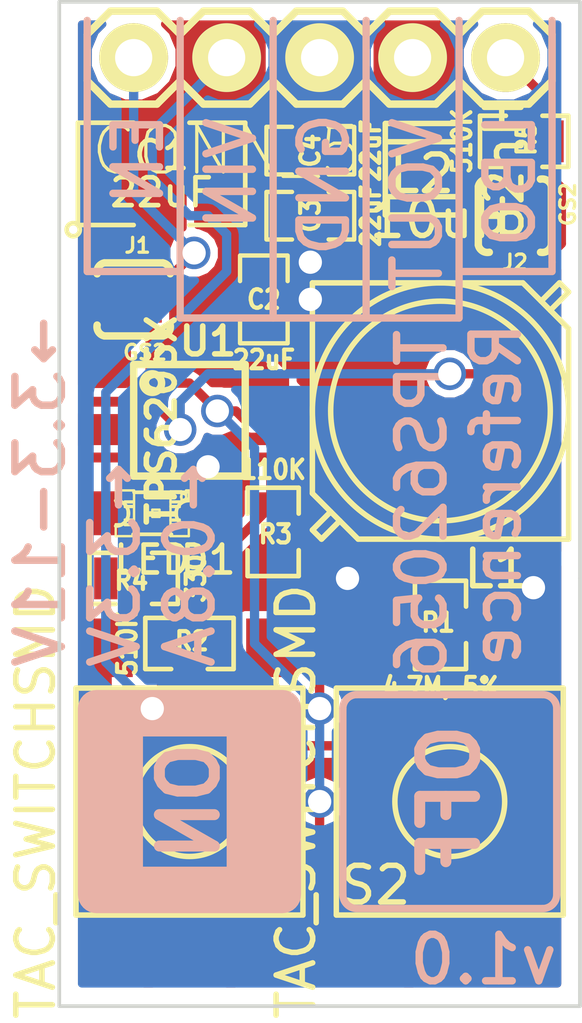
<source format=kicad_pcb>
(kicad_pcb (version 3) (host pcbnew "(2013-07-07 BZR 4022)-stable")

  (general
    (links 42)
    (no_connects 0)
    (area 117.1958 48.39335 135.344504 79.890422)
    (thickness 1.6)
    (drawings 38)
    (tracks 145)
    (zones 0)
    (modules 18)
    (nets 10)
  )

  (page A3)
  (layers
    (15 F.Cu signal)
    (0 B.Cu signal)
    (16 B.Adhes user hide)
    (17 F.Adhes user hide)
    (18 B.Paste user hide)
    (19 F.Paste user hide)
    (20 B.SilkS user)
    (21 F.SilkS user)
    (22 B.Mask user)
    (23 F.Mask user)
    (24 Dwgs.User user hide)
    (25 Cmts.User user hide)
    (26 Eco1.User user hide)
    (27 Eco2.User user hide)
    (28 Edge.Cuts user)
  )

  (setup
    (last_trace_width 0.254)
    (user_trace_width 0.381)
    (user_trace_width 0.508)
    (user_trace_width 0.762)
    (user_trace_width 1.016)
    (user_trace_width 1.27)
    (user_trace_width 2.54)
    (trace_clearance 0.2032)
    (zone_clearance 0.2032)
    (zone_45_only no)
    (trace_min 0.254)
    (segment_width 0.2)
    (edge_width 0.1)
    (via_size 0.889)
    (via_drill 0.635)
    (via_min_size 0.6858)
    (via_min_drill 0.3302)
    (uvia_size 0.508)
    (uvia_drill 0.127)
    (uvias_allowed no)
    (uvia_min_size 0.508)
    (uvia_min_drill 0.127)
    (pcb_text_width 0.3)
    (pcb_text_size 1.5 1.5)
    (mod_edge_width 0.15)
    (mod_text_size 1 1)
    (mod_text_width 0.15)
    (pad_size 1.8796 1.8796)
    (pad_drill 1.016)
    (pad_to_mask_clearance 0.00254)
    (solder_mask_min_width 0.00254)
    (aux_axis_origin 118.618 50.546)
    (visible_elements 7FFF7FFF)
    (pcbplotparams
      (layerselection 284196865)
      (usegerberextensions true)
      (excludeedgelayer true)
      (linewidth 0.150000)
      (plotframeref false)
      (viasonmask false)
      (mode 1)
      (useauxorigin false)
      (hpglpennumber 1)
      (hpglpenspeed 20)
      (hpglpendiameter 15)
      (hpglpenoverlay 2)
      (psnegative false)
      (psa4output false)
      (plotreference true)
      (plotvalue false)
      (plotothertext true)
      (plotinvisibletext false)
      (padsonsilk false)
      (subtractmaskfromsilk false)
      (outputformat 1)
      (mirror false)
      (drillshape 0)
      (scaleselection 1)
      (outputdirectory gerbers/))
  )

  (net 0 "")
  (net 1 +BATT)
  (net 2 /EN)
  (net 3 /FB)
  (net 4 /LBI)
  (net 5 /LBO)
  (net 6 /SW)
  (net 7 /VOUT)
  (net 8 GND)
  (net 9 N-000004)

  (net_class Default "This is the default net class."
    (clearance 0.2032)
    (trace_width 0.254)
    (via_dia 0.889)
    (via_drill 0.635)
    (uvia_dia 0.508)
    (uvia_drill 0.127)
    (add_net "")
    (add_net +BATT)
    (add_net /EN)
    (add_net /FB)
    (add_net /LBI)
    (add_net /LBO)
    (add_net /SW)
    (add_net /VOUT)
    (add_net GND)
    (add_net N-000004)
  )

  (module SparkFun-1X05 (layer F.Cu) (tedit 51EF2BAA) (tstamp 51EE4130)
    (at 120.65 52.07)
    (path /51E33199)
    (attr virtual)
    (fp_text reference P1 (at 3.048 -2.794) (layer F.SilkS) hide
      (effects (font (size 1.27 1.27) (thickness 0.0889)))
    )
    (fp_text value CONN_5 (at 2.54 2.54) (layer F.SilkS)
      (effects (font (size 1.27 1.27) (thickness 0.0889)))
    )
    (fp_line (start 9.906 0.254) (end 10.414 0.254) (layer F.SilkS) (width 0.06604))
    (fp_line (start 10.414 0.254) (end 10.414 -0.254) (layer F.SilkS) (width 0.06604))
    (fp_line (start 9.906 -0.254) (end 10.414 -0.254) (layer F.SilkS) (width 0.06604))
    (fp_line (start 9.906 0.254) (end 9.906 -0.254) (layer F.SilkS) (width 0.06604))
    (fp_line (start 7.366 0.254) (end 7.874 0.254) (layer F.SilkS) (width 0.06604))
    (fp_line (start 7.874 0.254) (end 7.874 -0.254) (layer F.SilkS) (width 0.06604))
    (fp_line (start 7.366 -0.254) (end 7.874 -0.254) (layer F.SilkS) (width 0.06604))
    (fp_line (start 7.366 0.254) (end 7.366 -0.254) (layer F.SilkS) (width 0.06604))
    (fp_line (start 4.826 0.254) (end 5.334 0.254) (layer F.SilkS) (width 0.06604))
    (fp_line (start 5.334 0.254) (end 5.334 -0.254) (layer F.SilkS) (width 0.06604))
    (fp_line (start 4.826 -0.254) (end 5.334 -0.254) (layer F.SilkS) (width 0.06604))
    (fp_line (start 4.826 0.254) (end 4.826 -0.254) (layer F.SilkS) (width 0.06604))
    (fp_line (start 2.286 0.254) (end 2.794 0.254) (layer F.SilkS) (width 0.06604))
    (fp_line (start 2.794 0.254) (end 2.794 -0.254) (layer F.SilkS) (width 0.06604))
    (fp_line (start 2.286 -0.254) (end 2.794 -0.254) (layer F.SilkS) (width 0.06604))
    (fp_line (start 2.286 0.254) (end 2.286 -0.254) (layer F.SilkS) (width 0.06604))
    (fp_line (start -0.254 0.254) (end 0.254 0.254) (layer F.SilkS) (width 0.06604))
    (fp_line (start 0.254 0.254) (end 0.254 -0.254) (layer F.SilkS) (width 0.06604))
    (fp_line (start -0.254 -0.254) (end 0.254 -0.254) (layer F.SilkS) (width 0.06604))
    (fp_line (start -0.254 0.254) (end -0.254 -0.254) (layer F.SilkS) (width 0.06604))
    (fp_line (start 6.985 -1.27) (end 8.255 -1.27) (layer F.SilkS) (width 0.2032))
    (fp_line (start 8.255 -1.27) (end 8.89 -0.635) (layer F.SilkS) (width 0.2032))
    (fp_line (start 8.89 0.635) (end 8.255 1.27) (layer F.SilkS) (width 0.2032))
    (fp_line (start 8.89 -0.635) (end 9.525 -1.27) (layer F.SilkS) (width 0.2032))
    (fp_line (start 9.525 -1.27) (end 10.795 -1.27) (layer F.SilkS) (width 0.2032))
    (fp_line (start 10.795 -1.27) (end 11.43 -0.635) (layer F.SilkS) (width 0.2032))
    (fp_line (start 11.43 0.635) (end 10.795 1.27) (layer F.SilkS) (width 0.2032))
    (fp_line (start 10.795 1.27) (end 9.525 1.27) (layer F.SilkS) (width 0.2032))
    (fp_line (start 9.525 1.27) (end 8.89 0.635) (layer F.SilkS) (width 0.2032))
    (fp_line (start 3.81 -0.635) (end 4.445 -1.27) (layer F.SilkS) (width 0.2032))
    (fp_line (start 4.445 -1.27) (end 5.715 -1.27) (layer F.SilkS) (width 0.2032))
    (fp_line (start 5.715 -1.27) (end 6.35 -0.635) (layer F.SilkS) (width 0.2032))
    (fp_line (start 6.35 0.635) (end 5.715 1.27) (layer F.SilkS) (width 0.2032))
    (fp_line (start 5.715 1.27) (end 4.445 1.27) (layer F.SilkS) (width 0.2032))
    (fp_line (start 4.445 1.27) (end 3.81 0.635) (layer F.SilkS) (width 0.2032))
    (fp_line (start 6.985 -1.27) (end 6.35 -0.635) (layer F.SilkS) (width 0.2032))
    (fp_line (start 6.35 0.635) (end 6.985 1.27) (layer F.SilkS) (width 0.2032))
    (fp_line (start 8.255 1.27) (end 6.985 1.27) (layer F.SilkS) (width 0.2032))
    (fp_line (start -0.635 -1.27) (end 0.635 -1.27) (layer F.SilkS) (width 0.2032))
    (fp_line (start 0.635 -1.27) (end 1.27 -0.635) (layer F.SilkS) (width 0.2032))
    (fp_line (start 1.27 0.635) (end 0.635 1.27) (layer F.SilkS) (width 0.2032))
    (fp_line (start 1.27 -0.635) (end 1.905 -1.27) (layer F.SilkS) (width 0.2032))
    (fp_line (start 1.905 -1.27) (end 3.175 -1.27) (layer F.SilkS) (width 0.2032))
    (fp_line (start 3.175 -1.27) (end 3.81 -0.635) (layer F.SilkS) (width 0.2032))
    (fp_line (start 3.81 0.635) (end 3.175 1.27) (layer F.SilkS) (width 0.2032))
    (fp_line (start 3.175 1.27) (end 1.905 1.27) (layer F.SilkS) (width 0.2032))
    (fp_line (start 1.905 1.27) (end 1.27 0.635) (layer F.SilkS) (width 0.2032))
    (fp_line (start -1.27 -0.635) (end -1.27 0.635) (layer F.SilkS) (width 0.2032))
    (fp_line (start -0.635 -1.27) (end -1.27 -0.635) (layer F.SilkS) (width 0.2032))
    (fp_line (start -1.27 0.635) (end -0.635 1.27) (layer F.SilkS) (width 0.2032))
    (fp_line (start 0.635 1.27) (end -0.635 1.27) (layer F.SilkS) (width 0.2032))
    (fp_line (start 11.43 -0.635) (end 11.43 0.635) (layer F.SilkS) (width 0.2032))
    (pad 1 thru_hole circle (at 0 0) (size 1.8796 1.8796) (drill 1.016)
      (layers *.Cu *.Mask F.Paste F.SilkS)
      (net 2 /EN)
    )
    (pad 2 thru_hole circle (at 2.54 0) (size 1.8796 1.8796) (drill 1.016)
      (layers *.Cu *.Mask F.Paste F.SilkS)
      (net 1 +BATT)
    )
    (pad 3 thru_hole circle (at 5.08 0) (size 1.8796 1.8796) (drill 1.016)
      (layers *.Cu *.Mask F.Paste F.SilkS)
      (net 8 GND)
    )
    (pad 4 thru_hole circle (at 7.62 0) (size 1.8796 1.8796) (drill 1.016)
      (layers *.Cu *.Mask F.Paste F.SilkS)
      (net 7 /VOUT)
    )
    (pad 5 thru_hole circle (at 10.16 0) (size 1.8796 1.8796) (drill 1.016)
      (layers *.Cu *.Mask F.Paste F.SilkS)
      (net 5 /LBO)
    )
  )

  (module Alps_TACT_SKHM_Series (layer F.Cu) (tedit 51EF1DB7) (tstamp 51EE41EE)
    (at 129.286 72.39 270)
    (path /51EDEB7B)
    (fp_text reference S2 (at 2.286 2.032 360) (layer F.SilkS)
      (effects (font (size 1 1) (thickness 0.15)))
    )
    (fp_text value TAC_SWITCHSMD (at 0 4.2 270) (layer F.SilkS)
      (effects (font (size 1 1) (thickness 0.15)))
    )
    (fp_circle (center 0 0) (end 1.5 0) (layer F.SilkS) (width 0.15))
    (fp_line (start -3.1 -3.1) (end 3.1 -3.1) (layer F.SilkS) (width 0.15))
    (fp_line (start 3.1 -3.1) (end 3.1 3.1) (layer F.SilkS) (width 0.15))
    (fp_line (start 3.1 3.1) (end -3.1 3.1) (layer F.SilkS) (width 0.15))
    (fp_line (start -3.1 3.1) (end -3.1 -3.1) (layer F.SilkS) (width 0.15))
    (pad 2 smd rect (at 4.2 -2.25 270) (size 1.6 1.4)
      (layers F.Cu F.Paste F.Mask)
      (net 8 GND)
    )
    (pad 1 smd rect (at -4.2 -2.25 270) (size 1.6 1.4)
      (layers F.Cu F.Paste F.Mask)
      (net 8 GND)
    )
    (pad 3 smd rect (at -4.2 2.25 270) (size 1.6 1.4)
      (layers F.Cu F.Paste F.Mask)
      (net 2 /EN)
    )
    (pad 4 smd rect (at 4.2 2.25 270) (size 1.6 1.4)
      (layers F.Cu F.Paste F.Mask)
      (net 2 /EN)
    )
    (pad 5 smd rect (at 4.2 0 270) (size 1.6 1.4)
      (layers F.Cu F.Paste F.Mask)
    )
  )

  (module MSOP10-0.5 (layer F.Cu) (tedit 51EF1E92) (tstamp 51EEF4B9)
    (at 122.174 61.976 270)
    (descr "MSOP10 10pins pitch 0.5mm")
    (path /51E25A22)
    (attr smd)
    (fp_text reference U1 (at -2.159 -0.508 360) (layer F.SilkS)
      (effects (font (size 0.762 0.762) (thickness 0.1524)))
    )
    (fp_text value TPS6205X (at 0 0.762 270) (layer F.SilkS)
      (effects (font (size 0.762 0.762) (thickness 0.1524)))
    )
    (fp_circle (center -1.016 1.016) (end -1.016 0.762) (layer F.SilkS) (width 0.2032))
    (fp_line (start 1.524 1.524) (end -1.524 1.524) (layer F.SilkS) (width 0.2032))
    (fp_line (start -1.524 1.524) (end -1.524 -1.524) (layer F.SilkS) (width 0.2032))
    (fp_line (start -1.524 -1.524) (end 1.524 -1.524) (layer F.SilkS) (width 0.2032))
    (fp_line (start 1.524 -1.524) (end 1.524 1.524) (layer F.SilkS) (width 0.2032))
    (pad 1 smd rect (at -1.016 2.2225 270) (size 0.26924 1.00076)
      (layers F.Cu F.Paste F.Mask)
      (net 1 +BATT)
      (clearance 0.1524)
    )
    (pad 2 smd rect (at -0.508 2.2225 270) (size 0.26924 1.00076)
      (layers F.Cu F.Paste F.Mask)
      (net 5 /LBO)
      (clearance 0.1524)
    )
    (pad 3 smd rect (at 0 2.2225 270) (size 0.26924 1.00076)
      (layers F.Cu F.Paste F.Mask)
      (net 8 GND)
      (clearance 0.1524)
    )
    (pad 4 smd rect (at 0.508 2.2225 270) (size 0.26924 1.00076)
      (layers F.Cu F.Paste F.Mask)
      (net 8 GND)
      (clearance 0.1524)
    )
    (pad 5 smd rect (at 1.016 2.2225 270) (size 0.26924 1.00076)
      (layers F.Cu F.Paste F.Mask)
      (net 3 /FB)
      (clearance 0.1524)
    )
    (pad 6 smd rect (at 1.016 -2.2225 270) (size 0.26924 1.00076)
      (layers F.Cu F.Paste F.Mask)
      (net 4 /LBI)
      (clearance 0.1524)
    )
    (pad 7 smd rect (at 0.508 -2.2225 270) (size 0.26924 1.00076)
      (layers F.Cu F.Paste F.Mask)
      (net 8 GND)
      (clearance 0.1524)
    )
    (pad 8 smd rect (at 0 -2.2225 270) (size 0.26924 1.00076)
      (layers F.Cu F.Paste F.Mask)
      (net 2 /EN)
      (clearance 0.1524)
    )
    (pad 9 smd rect (at -0.508 -2.2225 270) (size 0.26924 1.00076)
      (layers F.Cu F.Paste F.Mask)
      (net 6 /SW)
      (clearance 0.1524)
    )
    (pad 10 smd rect (at -1.016 -2.2225 270) (size 0.26924 1.00076)
      (layers F.Cu F.Paste F.Mask)
      (net 8 GND)
      (clearance 0.1524)
    )
    (model smd\MSOP_10.wrl
      (at (xyz 0 0 0))
      (scale (xyz 0.3 0.35 0.3))
      (rotate (xyz 0 0 0))
    )
  )

  (module SM1210 (layer F.Cu) (tedit 51EEF4EA) (tstamp 51E32F42)
    (at 121.412 55.245)
    (tags "CMS SM")
    (path /51E31F90)
    (attr smd)
    (fp_text reference C1 (at 0 -0.508) (layer F.SilkS)
      (effects (font (size 0.762 0.762) (thickness 0.127)))
    )
    (fp_text value 22uF (at 0 0.508) (layer F.SilkS)
      (effects (font (size 0.762 0.762) (thickness 0.127)))
    )
    (fp_circle (center -2.413 1.524) (end -2.286 1.397) (layer F.SilkS) (width 0.127))
    (fp_line (start -0.762 -1.397) (end -2.286 -1.397) (layer F.SilkS) (width 0.127))
    (fp_line (start -2.286 -1.397) (end -2.286 1.397) (layer F.SilkS) (width 0.127))
    (fp_line (start -2.286 1.397) (end -0.762 1.397) (layer F.SilkS) (width 0.127))
    (fp_line (start 0.762 1.397) (end 2.286 1.397) (layer F.SilkS) (width 0.127))
    (fp_line (start 2.286 1.397) (end 2.286 -1.397) (layer F.SilkS) (width 0.127))
    (fp_line (start 2.286 -1.397) (end 0.762 -1.397) (layer F.SilkS) (width 0.127))
    (pad 1 smd rect (at -1.524 0) (size 1.27 2.54)
      (layers F.Cu F.Paste F.Mask)
      (net 1 +BATT)
    )
    (pad 2 smd rect (at 1.524 0) (size 1.27 2.54)
      (layers F.Cu F.Paste F.Mask)
      (net 8 GND)
    )
    (model smd/chip_cms.wrl
      (at (xyz 0 0 0))
      (scale (xyz 0.17 0.2 0.17))
      (rotate (xyz 0 0 0))
    )
  )

  (module SM0603_Resistor (layer F.Cu) (tedit 5051B21B) (tstamp 51EE413C)
    (at 129.032 67.564 90)
    (path /51E33412)
    (attr smd)
    (fp_text reference R1 (at 0.0635 -0.0635 180) (layer F.SilkS)
      (effects (font (size 0.50038 0.4572) (thickness 0.1143)))
    )
    (fp_text value "4.7M, 5%" (at -1.69926 0 180) (layer F.SilkS)
      (effects (font (size 0.508 0.4572) (thickness 0.1143)))
    )
    (fp_line (start -0.50038 -0.6985) (end -1.2065 -0.6985) (layer F.SilkS) (width 0.127))
    (fp_line (start -1.2065 -0.6985) (end -1.2065 0.6985) (layer F.SilkS) (width 0.127))
    (fp_line (start -1.2065 0.6985) (end -0.50038 0.6985) (layer F.SilkS) (width 0.127))
    (fp_line (start 1.2065 -0.6985) (end 0.50038 -0.6985) (layer F.SilkS) (width 0.127))
    (fp_line (start 1.2065 -0.6985) (end 1.2065 0.6985) (layer F.SilkS) (width 0.127))
    (fp_line (start 1.2065 0.6985) (end 0.50038 0.6985) (layer F.SilkS) (width 0.127))
    (pad 1 smd rect (at -0.762 0 90) (size 0.635 1.143)
      (layers F.Cu F.Paste F.Mask)
      (net 2 /EN)
    )
    (pad 2 smd rect (at 0.762 0 90) (size 0.635 1.143)
      (layers F.Cu F.Paste F.Mask)
      (net 8 GND)
    )
    (model smd\resistors\R0603.wrl
      (at (xyz 0 0 0.001))
      (scale (xyz 0.5 0.5 0.5))
      (rotate (xyz 0 0 0))
    )
  )

  (module SM0603_Resistor (layer F.Cu) (tedit 51EEDA75) (tstamp 51EE4148)
    (at 122.174 68.072)
    (path /51E34620)
    (attr smd)
    (fp_text reference R2 (at 0.0635 -0.0635) (layer F.SilkS)
      (effects (font (size 0.50038 0.4572) (thickness 0.1143)))
    )
    (fp_text value 510K (at -1.69926 0 90) (layer F.SilkS)
      (effects (font (size 0.508 0.4572) (thickness 0.1143)))
    )
    (fp_line (start -0.50038 -0.6985) (end -1.2065 -0.6985) (layer F.SilkS) (width 0.127))
    (fp_line (start -1.2065 -0.6985) (end -1.2065 0.6985) (layer F.SilkS) (width 0.127))
    (fp_line (start -1.2065 0.6985) (end -0.50038 0.6985) (layer F.SilkS) (width 0.127))
    (fp_line (start 1.2065 -0.6985) (end 0.50038 -0.6985) (layer F.SilkS) (width 0.127))
    (fp_line (start 1.2065 -0.6985) (end 1.2065 0.6985) (layer F.SilkS) (width 0.127))
    (fp_line (start 1.2065 0.6985) (end 0.50038 0.6985) (layer F.SilkS) (width 0.127))
    (pad 1 smd rect (at -0.762 0) (size 0.635 1.143)
      (layers F.Cu F.Paste F.Mask)
      (net 1 +BATT)
    )
    (pad 2 smd rect (at 0.762 0) (size 0.635 1.143)
      (layers F.Cu F.Paste F.Mask)
      (net 4 /LBI)
    )
    (model smd\resistors\R0603.wrl
      (at (xyz 0 0 0.001))
      (scale (xyz 0.5 0.5 0.5))
      (rotate (xyz 0 0 0))
    )
  )

  (module SM0603_Resistor (layer F.Cu) (tedit 5051B21B) (tstamp 51EE4154)
    (at 124.46 65.024 270)
    (path /51E34626)
    (attr smd)
    (fp_text reference R3 (at 0.0635 -0.0635 360) (layer F.SilkS)
      (effects (font (size 0.50038 0.4572) (thickness 0.1143)))
    )
    (fp_text value 110K (at -1.69926 0 360) (layer F.SilkS)
      (effects (font (size 0.508 0.4572) (thickness 0.1143)))
    )
    (fp_line (start -0.50038 -0.6985) (end -1.2065 -0.6985) (layer F.SilkS) (width 0.127))
    (fp_line (start -1.2065 -0.6985) (end -1.2065 0.6985) (layer F.SilkS) (width 0.127))
    (fp_line (start -1.2065 0.6985) (end -0.50038 0.6985) (layer F.SilkS) (width 0.127))
    (fp_line (start 1.2065 -0.6985) (end 0.50038 -0.6985) (layer F.SilkS) (width 0.127))
    (fp_line (start 1.2065 -0.6985) (end 1.2065 0.6985) (layer F.SilkS) (width 0.127))
    (fp_line (start 1.2065 0.6985) (end 0.50038 0.6985) (layer F.SilkS) (width 0.127))
    (pad 1 smd rect (at -0.762 0 270) (size 0.635 1.143)
      (layers F.Cu F.Paste F.Mask)
      (net 4 /LBI)
    )
    (pad 2 smd rect (at 0.762 0 270) (size 0.635 1.143)
      (layers F.Cu F.Paste F.Mask)
      (net 8 GND)
    )
    (model smd\resistors\R0603.wrl
      (at (xyz 0 0 0.001))
      (scale (xyz 0.5 0.5 0.5))
      (rotate (xyz 0 0 0))
    )
  )

  (module SM0603_Resistor (layer F.Cu) (tedit 51EEE93D) (tstamp 51EEE80B)
    (at 120.65 66.294 180)
    (path /51E34F4A)
    (attr smd)
    (fp_text reference R4 (at 0.0635 -0.0635 180) (layer F.SilkS)
      (effects (font (size 0.50038 0.4572) (thickness 0.1143)))
    )
    (fp_text value 330 (at -1.69926 0 270) (layer F.SilkS)
      (effects (font (size 0.508 0.4572) (thickness 0.1143)))
    )
    (fp_line (start -0.50038 -0.6985) (end -1.2065 -0.6985) (layer F.SilkS) (width 0.127))
    (fp_line (start -1.2065 -0.6985) (end -1.2065 0.6985) (layer F.SilkS) (width 0.127))
    (fp_line (start -1.2065 0.6985) (end -0.50038 0.6985) (layer F.SilkS) (width 0.127))
    (fp_line (start 1.2065 -0.6985) (end 0.50038 -0.6985) (layer F.SilkS) (width 0.127))
    (fp_line (start 1.2065 -0.6985) (end 1.2065 0.6985) (layer F.SilkS) (width 0.127))
    (fp_line (start 1.2065 0.6985) (end 0.50038 0.6985) (layer F.SilkS) (width 0.127))
    (pad 1 smd rect (at -0.762 0 180) (size 0.635 1.143)
      (layers F.Cu F.Paste F.Mask)
      (net 3 /FB)
    )
    (pad 2 smd rect (at 0.762 0 180) (size 0.635 1.143)
      (layers F.Cu F.Paste F.Mask)
      (net 9 N-000004)
    )
    (model smd\resistors\R0603.wrl
      (at (xyz 0 0 0.001))
      (scale (xyz 0.5 0.5 0.5))
      (rotate (xyz 0 0 0))
    )
  )

  (module SM0603_Capa (layer F.Cu) (tedit 5051B1EC) (tstamp 51EE416C)
    (at 124.206 58.674 90)
    (path /51E3301B)
    (attr smd)
    (fp_text reference C2 (at 0 0 180) (layer F.SilkS)
      (effects (font (size 0.508 0.4572) (thickness 0.1143)))
    )
    (fp_text value 22uF (at -1.651 0 180) (layer F.SilkS)
      (effects (font (size 0.508 0.4572) (thickness 0.1143)))
    )
    (fp_line (start 0.50038 0.65024) (end 1.19888 0.65024) (layer F.SilkS) (width 0.11938))
    (fp_line (start -0.50038 0.65024) (end -1.19888 0.65024) (layer F.SilkS) (width 0.11938))
    (fp_line (start 0.50038 -0.65024) (end 1.19888 -0.65024) (layer F.SilkS) (width 0.11938))
    (fp_line (start -1.19888 -0.65024) (end -0.50038 -0.65024) (layer F.SilkS) (width 0.11938))
    (fp_line (start 1.19888 -0.635) (end 1.19888 0.635) (layer F.SilkS) (width 0.11938))
    (fp_line (start -1.19888 0.635) (end -1.19888 -0.635) (layer F.SilkS) (width 0.11938))
    (pad 1 smd rect (at -0.762 0 90) (size 0.635 1.143)
      (layers F.Cu F.Paste F.Mask)
      (net 3 /FB)
    )
    (pad 2 smd rect (at 0.762 0 90) (size 0.635 1.143)
      (layers F.Cu F.Paste F.Mask)
      (net 8 GND)
    )
    (model smd\capacitors\C0603.wrl
      (at (xyz 0 0 0.001))
      (scale (xyz 0.5 0.5 0.5))
      (rotate (xyz 0 0 0))
    )
  )

  (module SM0603_Capa (layer F.Cu) (tedit 51EECDD9) (tstamp 51EE4178)
    (at 125.476 56.388 180)
    (path /51E6F3B6)
    (attr smd)
    (fp_text reference C3 (at 0 0 270) (layer F.SilkS)
      (effects (font (size 0.508 0.4572) (thickness 0.1143)))
    )
    (fp_text value 22uF (at -1.651 0 270) (layer F.SilkS)
      (effects (font (size 0.508 0.4572) (thickness 0.1143)))
    )
    (fp_line (start 0.50038 0.65024) (end 1.19888 0.65024) (layer F.SilkS) (width 0.11938))
    (fp_line (start -0.50038 0.65024) (end -1.19888 0.65024) (layer F.SilkS) (width 0.11938))
    (fp_line (start 0.50038 -0.65024) (end 1.19888 -0.65024) (layer F.SilkS) (width 0.11938))
    (fp_line (start -1.19888 -0.65024) (end -0.50038 -0.65024) (layer F.SilkS) (width 0.11938))
    (fp_line (start 1.19888 -0.635) (end 1.19888 0.635) (layer F.SilkS) (width 0.11938))
    (fp_line (start -1.19888 0.635) (end -1.19888 -0.635) (layer F.SilkS) (width 0.11938))
    (pad 1 smd rect (at -0.762 0 180) (size 0.635 1.143)
      (layers F.Cu F.Paste F.Mask)
      (net 7 /VOUT)
    )
    (pad 2 smd rect (at 0.762 0 180) (size 0.635 1.143)
      (layers F.Cu F.Paste F.Mask)
      (net 8 GND)
    )
    (model smd\capacitors\C0603.wrl
      (at (xyz 0 0 0.001))
      (scale (xyz 0.5 0.5 0.5))
      (rotate (xyz 0 0 0))
    )
  )

  (module SM0603_Capa (layer F.Cu) (tedit 5051B1EC) (tstamp 51EE4184)
    (at 125.476 54.61 180)
    (path /51EE3CFB)
    (attr smd)
    (fp_text reference C4 (at 0 0 270) (layer F.SilkS)
      (effects (font (size 0.508 0.4572) (thickness 0.1143)))
    )
    (fp_text value 22uF (at -1.651 0 270) (layer F.SilkS)
      (effects (font (size 0.508 0.4572) (thickness 0.1143)))
    )
    (fp_line (start 0.50038 0.65024) (end 1.19888 0.65024) (layer F.SilkS) (width 0.11938))
    (fp_line (start -0.50038 0.65024) (end -1.19888 0.65024) (layer F.SilkS) (width 0.11938))
    (fp_line (start 0.50038 -0.65024) (end 1.19888 -0.65024) (layer F.SilkS) (width 0.11938))
    (fp_line (start -1.19888 -0.65024) (end -0.50038 -0.65024) (layer F.SilkS) (width 0.11938))
    (fp_line (start 1.19888 -0.635) (end 1.19888 0.635) (layer F.SilkS) (width 0.11938))
    (fp_line (start -1.19888 0.635) (end -1.19888 -0.635) (layer F.SilkS) (width 0.11938))
    (pad 1 smd rect (at -0.762 0 180) (size 0.635 1.143)
      (layers F.Cu F.Paste F.Mask)
      (net 7 /VOUT)
    )
    (pad 2 smd rect (at 0.762 0 180) (size 0.635 1.143)
      (layers F.Cu F.Paste F.Mask)
      (net 8 GND)
    )
    (model smd\capacitors\C0603.wrl
      (at (xyz 0 0 0.001))
      (scale (xyz 0.5 0.5 0.5))
      (rotate (xyz 0 0 0))
    )
  )

  (module LED-0805 (layer F.Cu) (tedit 51EF1D68) (tstamp 51EE41BF)
    (at 121.158 64.516)
    (descr "LED 0805 smd package")
    (tags "LED 0805 SMD")
    (path /51E34F3D)
    (attr smd)
    (fp_text reference D1 (at 1.524 1.27) (layer F.SilkS)
      (effects (font (size 0.762 0.762) (thickness 0.127)))
    )
    (fp_text value LED (at 0 1.27) (layer F.SilkS)
      (effects (font (size 0.762 0.762) (thickness 0.127)))
    )
    (fp_line (start 0.49784 0.29972) (end 0.49784 0.62484) (layer F.SilkS) (width 0.06604))
    (fp_line (start 0.49784 0.62484) (end 0.99822 0.62484) (layer F.SilkS) (width 0.06604))
    (fp_line (start 0.99822 0.29972) (end 0.99822 0.62484) (layer F.SilkS) (width 0.06604))
    (fp_line (start 0.49784 0.29972) (end 0.99822 0.29972) (layer F.SilkS) (width 0.06604))
    (fp_line (start 0.49784 -0.32258) (end 0.49784 -0.17272) (layer F.SilkS) (width 0.06604))
    (fp_line (start 0.49784 -0.17272) (end 0.7493 -0.17272) (layer F.SilkS) (width 0.06604))
    (fp_line (start 0.7493 -0.32258) (end 0.7493 -0.17272) (layer F.SilkS) (width 0.06604))
    (fp_line (start 0.49784 -0.32258) (end 0.7493 -0.32258) (layer F.SilkS) (width 0.06604))
    (fp_line (start 0.49784 0.17272) (end 0.49784 0.32258) (layer F.SilkS) (width 0.06604))
    (fp_line (start 0.49784 0.32258) (end 0.7493 0.32258) (layer F.SilkS) (width 0.06604))
    (fp_line (start 0.7493 0.17272) (end 0.7493 0.32258) (layer F.SilkS) (width 0.06604))
    (fp_line (start 0.49784 0.17272) (end 0.7493 0.17272) (layer F.SilkS) (width 0.06604))
    (fp_line (start 0.49784 -0.19812) (end 0.49784 0.19812) (layer F.SilkS) (width 0.06604))
    (fp_line (start 0.49784 0.19812) (end 0.6731 0.19812) (layer F.SilkS) (width 0.06604))
    (fp_line (start 0.6731 -0.19812) (end 0.6731 0.19812) (layer F.SilkS) (width 0.06604))
    (fp_line (start 0.49784 -0.19812) (end 0.6731 -0.19812) (layer F.SilkS) (width 0.06604))
    (fp_line (start -0.99822 0.29972) (end -0.99822 0.62484) (layer F.SilkS) (width 0.06604))
    (fp_line (start -0.99822 0.62484) (end -0.49784 0.62484) (layer F.SilkS) (width 0.06604))
    (fp_line (start -0.49784 0.29972) (end -0.49784 0.62484) (layer F.SilkS) (width 0.06604))
    (fp_line (start -0.99822 0.29972) (end -0.49784 0.29972) (layer F.SilkS) (width 0.06604))
    (fp_line (start -0.99822 -0.62484) (end -0.99822 -0.29972) (layer F.SilkS) (width 0.06604))
    (fp_line (start -0.99822 -0.29972) (end -0.49784 -0.29972) (layer F.SilkS) (width 0.06604))
    (fp_line (start -0.49784 -0.62484) (end -0.49784 -0.29972) (layer F.SilkS) (width 0.06604))
    (fp_line (start -0.99822 -0.62484) (end -0.49784 -0.62484) (layer F.SilkS) (width 0.06604))
    (fp_line (start -0.7493 0.17272) (end -0.7493 0.32258) (layer F.SilkS) (width 0.06604))
    (fp_line (start -0.7493 0.32258) (end -0.49784 0.32258) (layer F.SilkS) (width 0.06604))
    (fp_line (start -0.49784 0.17272) (end -0.49784 0.32258) (layer F.SilkS) (width 0.06604))
    (fp_line (start -0.7493 0.17272) (end -0.49784 0.17272) (layer F.SilkS) (width 0.06604))
    (fp_line (start -0.7493 -0.32258) (end -0.7493 -0.17272) (layer F.SilkS) (width 0.06604))
    (fp_line (start -0.7493 -0.17272) (end -0.49784 -0.17272) (layer F.SilkS) (width 0.06604))
    (fp_line (start -0.49784 -0.32258) (end -0.49784 -0.17272) (layer F.SilkS) (width 0.06604))
    (fp_line (start -0.7493 -0.32258) (end -0.49784 -0.32258) (layer F.SilkS) (width 0.06604))
    (fp_line (start -0.6731 -0.19812) (end -0.6731 0.19812) (layer F.SilkS) (width 0.06604))
    (fp_line (start -0.6731 0.19812) (end -0.49784 0.19812) (layer F.SilkS) (width 0.06604))
    (fp_line (start -0.49784 -0.19812) (end -0.49784 0.19812) (layer F.SilkS) (width 0.06604))
    (fp_line (start -0.6731 -0.19812) (end -0.49784 -0.19812) (layer F.SilkS) (width 0.06604))
    (fp_line (start 0 -0.09906) (end 0 0.09906) (layer F.SilkS) (width 0.06604))
    (fp_line (start 0 0.09906) (end 0.19812 0.09906) (layer F.SilkS) (width 0.06604))
    (fp_line (start 0.19812 -0.09906) (end 0.19812 0.09906) (layer F.SilkS) (width 0.06604))
    (fp_line (start 0 -0.09906) (end 0.19812 -0.09906) (layer F.SilkS) (width 0.06604))
    (fp_line (start 0.49784 -0.59944) (end 0.49784 -0.29972) (layer F.SilkS) (width 0.06604))
    (fp_line (start 0.49784 -0.29972) (end 0.79756 -0.29972) (layer F.SilkS) (width 0.06604))
    (fp_line (start 0.79756 -0.59944) (end 0.79756 -0.29972) (layer F.SilkS) (width 0.06604))
    (fp_line (start 0.49784 -0.59944) (end 0.79756 -0.59944) (layer F.SilkS) (width 0.06604))
    (fp_line (start 0.92456 -0.62484) (end 0.92456 -0.39878) (layer F.SilkS) (width 0.06604))
    (fp_line (start 0.92456 -0.39878) (end 0.99822 -0.39878) (layer F.SilkS) (width 0.06604))
    (fp_line (start 0.99822 -0.62484) (end 0.99822 -0.39878) (layer F.SilkS) (width 0.06604))
    (fp_line (start 0.92456 -0.62484) (end 0.99822 -0.62484) (layer F.SilkS) (width 0.06604))
    (fp_line (start 0.52324 0.57404) (end -0.52324 0.57404) (layer F.SilkS) (width 0.1016))
    (fp_line (start -0.49784 -0.57404) (end 0.92456 -0.57404) (layer F.SilkS) (width 0.1016))
    (fp_circle (center 0.84836 -0.44958) (end 0.89916 -0.50038) (layer F.SilkS) (width 0.0508))
    (fp_arc (start 0.99822 0) (end 0.99822 0.34798) (angle 180) (layer F.SilkS) (width 0.1016))
    (fp_arc (start -0.99822 0) (end -0.99822 -0.34798) (angle 180) (layer F.SilkS) (width 0.1016))
    (pad 1 smd rect (at -1.04902 0) (size 1.19888 1.19888)
      (layers F.Cu F.Paste F.Mask)
      (net 9 N-000004)
    )
    (pad 2 smd rect (at 1.04902 0) (size 1.19888 1.19888)
      (layers F.Cu F.Paste F.Mask)
      (net 8 GND)
    )
  )

  (module Bourns_SRR7032 (layer F.Cu) (tedit 51EF1DA0) (tstamp 51EE41D4)
    (at 129.032 61.722 180)
    (path /51E32405)
    (fp_text reference L1 (at -1.524 -4.318 180) (layer F.SilkS)
      (effects (font (size 1 1) (thickness 0.15)))
    )
    (fp_text value 10uH (at 0 5.25 180) (layer F.SilkS)
      (effects (font (size 1 1) (thickness 0.15)))
    )
    (fp_line (start -3 2.75) (end -3.5 3.25) (layer F.SilkS) (width 0.15))
    (fp_line (start -3.5 3.25) (end -3.25 3.5) (layer F.SilkS) (width 0.15))
    (fp_line (start -3.25 3.5) (end -2.75 3) (layer F.SilkS) (width 0.15))
    (fp_line (start 3.25 -3.5) (end 2.75 -3) (layer F.SilkS) (width 0.15))
    (fp_line (start 2.75 -3) (end 3.25 -3.5) (layer F.SilkS) (width 0.15))
    (fp_line (start 3.25 -3.5) (end 3.5 -3.25) (layer F.SilkS) (width 0.15))
    (fp_line (start 3.5 -3.25) (end 3 -2.75) (layer F.SilkS) (width 0.15))
    (fp_circle (center 0 0) (end 3 0) (layer F.SilkS) (width 0.15))
    (fp_line (start 3.5 -2.25) (end 3.5 3.5) (layer F.SilkS) (width 0.15))
    (fp_line (start -3.5 -3.5) (end 2.25 -3.5) (layer F.SilkS) (width 0.15))
    (fp_line (start 2.25 -3.5) (end 3.5 -2.25) (layer F.SilkS) (width 0.15))
    (fp_line (start -3.5 2.25) (end -2.25 3.5) (layer F.SilkS) (width 0.15))
    (fp_line (start -2.25 3.5) (end 3.5 3.5) (layer F.SilkS) (width 0.15))
    (fp_line (start -3.5 2.25) (end -3.5 -3.5) (layer F.SilkS) (width 0.15))
    (fp_circle (center 0 0) (end 3.5 0) (layer F.SilkS) (width 0.15))
    (pad 1 smd rect (at 0 -3 180) (size 2.4 1.8)
      (layers F.Cu F.Paste F.Mask)
      (net 6 /SW)
    )
    (pad 2 smd rect (at 0 3 180) (size 2.4 1.8)
      (layers F.Cu F.Paste F.Mask)
      (net 3 /FB)
    )
  )

  (module Bourns_PM1008 (layer F.Cu) (tedit 51EF1DEE) (tstamp 51EF3B4F)
    (at 128.524 55.118 90)
    (path /51E6F3B0)
    (fp_text reference L2 (at -0.127 0 180) (layer F.SilkS)
      (effects (font (size 1 1) (thickness 0.15)))
    )
    (fp_text value 82nH (at 0 2.25 90) (layer F.SilkS)
      (effects (font (size 1 1) (thickness 0.15)))
    )
    (fp_line (start -0.75 1) (end -0.75 -1) (layer F.SilkS) (width 0.15))
    (fp_line (start 0.75 -1) (end 0.75 1) (layer F.SilkS) (width 0.15))
    (fp_line (start 1.25 -1) (end 1.25 1) (layer F.SilkS) (width 0.15))
    (fp_line (start 1.25 1) (end -1.25 1) (layer F.SilkS) (width 0.15))
    (fp_line (start -1.25 1) (end -1.25 -1) (layer F.SilkS) (width 0.15))
    (fp_line (start -1.25 -1) (end 1.25 -1) (layer F.SilkS) (width 0.15))
    (pad 1 smd rect (at -1.2 0 90) (size 0.62 2.3)
      (layers F.Cu F.Paste F.Mask)
      (net 3 /FB)
    )
    (pad 2 smd rect (at 1.2 0 90) (size 0.62 2.3)
      (layers F.Cu F.Paste F.Mask)
      (net 7 /VOUT)
    )
  )

  (module Alps_TACT_SKHM_Series (layer F.Cu) (tedit 51EF1DBA) (tstamp 51EE41FC)
    (at 122.174 72.39 270)
    (path /51EDEB95)
    (fp_text reference S1 (at 2.286 2.032 360) (layer F.SilkS)
      (effects (font (size 1 1) (thickness 0.15)))
    )
    (fp_text value TAC_SWITCHSMD (at 0 4.2 270) (layer F.SilkS)
      (effects (font (size 1 1) (thickness 0.15)))
    )
    (fp_circle (center 0 0) (end 1.5 0) (layer F.SilkS) (width 0.15))
    (fp_line (start -3.1 -3.1) (end 3.1 -3.1) (layer F.SilkS) (width 0.15))
    (fp_line (start 3.1 -3.1) (end 3.1 3.1) (layer F.SilkS) (width 0.15))
    (fp_line (start 3.1 3.1) (end -3.1 3.1) (layer F.SilkS) (width 0.15))
    (fp_line (start -3.1 3.1) (end -3.1 -3.1) (layer F.SilkS) (width 0.15))
    (pad 2 smd rect (at 4.2 -2.25 270) (size 1.6 1.4)
      (layers F.Cu F.Paste F.Mask)
      (net 2 /EN)
    )
    (pad 1 smd rect (at -4.2 -2.25 270) (size 1.6 1.4)
      (layers F.Cu F.Paste F.Mask)
      (net 2 /EN)
    )
    (pad 3 smd rect (at -4.2 2.25 270) (size 1.6 1.4)
      (layers F.Cu F.Paste F.Mask)
      (net 1 +BATT)
    )
    (pad 4 smd rect (at 4.2 2.25 270) (size 1.6 1.4)
      (layers F.Cu F.Paste F.Mask)
      (net 1 +BATT)
    )
    (pad 5 smd rect (at 4.2 0 270) (size 1.6 1.4)
      (layers F.Cu F.Paste F.Mask)
    )
  )

  (module SM0603_Resistor (layer F.Cu) (tedit 5051B21B) (tstamp 51EE50CF)
    (at 131.318 54.356)
    (path /51EE4D9A)
    (attr smd)
    (fp_text reference R5 (at 0.0635 -0.0635 90) (layer F.SilkS)
      (effects (font (size 0.50038 0.4572) (thickness 0.1143)))
    )
    (fp_text value 510K (at -1.69926 0 90) (layer F.SilkS)
      (effects (font (size 0.508 0.4572) (thickness 0.1143)))
    )
    (fp_line (start -0.50038 -0.6985) (end -1.2065 -0.6985) (layer F.SilkS) (width 0.127))
    (fp_line (start -1.2065 -0.6985) (end -1.2065 0.6985) (layer F.SilkS) (width 0.127))
    (fp_line (start -1.2065 0.6985) (end -0.50038 0.6985) (layer F.SilkS) (width 0.127))
    (fp_line (start 1.2065 -0.6985) (end 0.50038 -0.6985) (layer F.SilkS) (width 0.127))
    (fp_line (start 1.2065 -0.6985) (end 1.2065 0.6985) (layer F.SilkS) (width 0.127))
    (fp_line (start 1.2065 0.6985) (end 0.50038 0.6985) (layer F.SilkS) (width 0.127))
    (pad 1 smd rect (at -0.762 0) (size 0.635 1.143)
      (layers F.Cu F.Paste F.Mask)
      (net 7 /VOUT)
    )
    (pad 2 smd rect (at 0.762 0) (size 0.635 1.143)
      (layers F.Cu F.Paste F.Mask)
      (net 5 /LBO)
    )
    (model smd\resistors\R0603.wrl
      (at (xyz 0 0 0.001))
      (scale (xyz 0.5 0.5 0.5))
      (rotate (xyz 0 0 0))
    )
  )

  (module SparkFun-SJ_2S-NO (layer F.Cu) (tedit 51EF1EB8) (tstamp 51EE40F3)
    (at 131.064 56.388 90)
    (descr "SMALL SOLDER JUMPER WITH NO PASTE LAYER SO IT WILL OPEN AFTER REFLOW.")
    (tags "SMALL SOLDER JUMPER WITH NO PASTE LAYER SO IT WILL OPEN AFTER REFLOW.")
    (path /51E6F548)
    (attr smd)
    (fp_text reference J2 (at -1.27 0 180) (layer F.SilkS)
      (effects (font (size 0.4064 0.4064) (thickness 0.0889)))
    )
    (fp_text value GS2 (at 0.30988 1.4478 90) (layer F.SilkS)
      (effects (font (size 0.4064 0.4064) (thickness 0.0889)))
    )
    (fp_line (start 0.79756 0.99822) (end -0.79756 0.99822) (layer F.SilkS) (width 0.2032))
    (fp_line (start -0.79756 -0.99822) (end 0.79756 -0.99822) (layer F.SilkS) (width 0.2032))
    (fp_arc (start 0.7493 -0.7493) (end 0.79756 -0.99822) (angle 90) (layer F.SilkS) (width 0.2032))
    (fp_arc (start -0.7493 -0.7493) (end -0.99822 -0.6985) (angle 90) (layer F.SilkS) (width 0.2032))
    (fp_arc (start -0.7493 0.7493) (end -0.79756 0.99822) (angle 90) (layer F.SilkS) (width 0.2032))
    (fp_arc (start 0.7493 0.7493) (end 0.99822 0.6985) (angle 90) (layer F.SilkS) (width 0.2032))
    (pad 1 smd rect (at -0.44958 0 90) (size 0.635 1.27)
      (layers F.Cu F.Paste F.Mask)
      (net 3 /FB)
    )
    (pad 2 smd rect (at 0.44958 0 90) (size 0.635 1.27)
      (layers F.Cu F.Paste F.Mask)
      (net 7 /VOUT)
    )
  )

  (module SparkFun-SJ_2S-NO (layer F.Cu) (tedit 200000) (tstamp 51E32F51)
    (at 120.65 58.674)
    (descr "SMALL SOLDER JUMPER WITH NO PASTE LAYER SO IT WILL OPEN AFTER REFLOW.")
    (tags "SMALL SOLDER JUMPER WITH NO PASTE LAYER SO IT WILL OPEN AFTER REFLOW.")
    (path /51E33527)
    (attr smd)
    (fp_text reference J1 (at 0.10668 -1.4732) (layer F.SilkS)
      (effects (font (size 0.4064 0.4064) (thickness 0.0889)))
    )
    (fp_text value GS2 (at 0.30988 1.4478) (layer F.SilkS)
      (effects (font (size 0.4064 0.4064) (thickness 0.0889)))
    )
    (fp_line (start 0.79756 0.99822) (end -0.79756 0.99822) (layer F.SilkS) (width 0.2032))
    (fp_line (start -0.79756 -0.99822) (end 0.79756 -0.99822) (layer F.SilkS) (width 0.2032))
    (fp_arc (start 0.7493 -0.7493) (end 0.79756 -0.99822) (angle 90) (layer F.SilkS) (width 0.2032))
    (fp_arc (start -0.7493 -0.7493) (end -0.99822 -0.6985) (angle 90) (layer F.SilkS) (width 0.2032))
    (fp_arc (start -0.7493 0.7493) (end -0.79756 0.99822) (angle 90) (layer F.SilkS) (width 0.2032))
    (fp_arc (start 0.7493 0.7493) (end 0.99822 0.6985) (angle 90) (layer F.SilkS) (width 0.2032))
    (pad 1 smd rect (at -0.44958 0) (size 0.635 1.27)
      (layers F.Cu F.Paste F.Mask)
      (net 1 +BATT)
    )
    (pad 2 smd rect (at 0.44958 0) (size 0.635 1.27)
      (layers F.Cu F.Paste F.Mask)
      (net 2 /EN)
    )
  )

  (dimension 4.772227 (width 0.3) (layer Dwgs.User)
    (gr_text "0.1879 in" (at 123.649697 74.334142 334.7988764) (layer Dwgs.User)
      (effects (font (size 1.5 1.5) (thickness 0.3)))
    )
    (feature1 (pts (xy 118.999 78.613) (xy 122.065523 72.096637)))
    (feature2 (pts (xy 123.317 80.645) (xy 126.383523 74.128637)))
    (crossbar (pts (xy 125.233872 76.571647) (xy 120.915872 74.539647)))
    (arrow1a (pts (xy 120.915872 74.539647) (xy 122.184849 74.488705)))
    (arrow1b (pts (xy 120.915872 74.539647) (xy 121.685457 75.549913)))
    (arrow2a (pts (xy 125.233872 76.571647) (xy 124.464287 75.561381)))
    (arrow2b (pts (xy 125.233872 76.571647) (xy 123.964895 76.622589)))
  )
  (dimension 4.065984 (width 0.3) (layer Dwgs.User)
    (gr_text "0.1601 in" (at 127.163796 78.862158 75.5297059) (layer Dwgs.User)
      (effects (font (size 1.5 1.5) (thickness 0.3)))
    )
    (feature1 (pts (xy 132.334 82.296) (xy 125.348622 80.493323)))
    (feature2 (pts (xy 133.35 78.359) (xy 126.364622 76.556323)))
    (crossbar (pts (xy 128.97897 77.230993) (xy 127.96297 81.167993)))
    (arrow1a (pts (xy 127.96297 81.167993) (xy 127.676641 79.930692)))
    (arrow1b (pts (xy 127.96297 81.167993) (xy 128.812276 80.223759)))
    (arrow2a (pts (xy 128.97897 77.230993) (xy 128.129664 78.175227)))
    (arrow2b (pts (xy 128.97897 77.230993) (xy 129.265299 78.468294)))
  )
  (dimension 14.224567 (width 0.3) (layer Dwgs.User)
    (gr_text "0.5600 in" (at 125.743186 79.264435 0.5115558666) (layer Dwgs.User)
      (effects (font (size 1.5 1.5) (thickness 0.3)))
    )
    (feature1 (pts (xy 132.842 77.724) (xy 132.867239 80.550881)))
    (feature2 (pts (xy 118.618 77.851) (xy 118.643239 80.677881)))
    (crossbar (pts (xy 118.619133 77.977989) (xy 132.843133 77.850989)))
    (arrow1a (pts (xy 132.843133 77.850989) (xy 131.72191 78.447444)))
    (arrow1b (pts (xy 132.843133 77.850989) (xy 131.711439 77.27465)))
    (arrow2a (pts (xy 118.619133 77.977989) (xy 119.750827 78.554328)))
    (arrow2b (pts (xy 118.619133 77.977989) (xy 119.740356 77.381534)))
  )
  (gr_line (start 129.54 59.182) (end 129.54 51.054) (angle 90) (layer B.SilkS) (width 0.2))
  (gr_line (start 127 59.182) (end 127 51.054) (angle 90) (layer B.SilkS) (width 0.2))
  (gr_line (start 124.46 59.182) (end 124.46 51.054) (angle 90) (layer B.SilkS) (width 0.2))
  (gr_line (start 121.92 59.182) (end 121.92 51.054) (angle 90) (layer B.SilkS) (width 0.2))
  (gr_text "v1.0\n" (at 132.334 76.708) (layer B.SilkS)
    (effects (font (size 1.27 1.27) (thickness 0.2032)) (justify left mirror))
  )
  (gr_text "→3.3-11V\n←3.3V\n←0.8A" (at 120.142 68.834 90) (layer B.SilkS)
    (effects (font (size 1.27 1.27) (thickness 0.2032)) (justify right mirror))
  )
  (gr_text Reference (at 130.556 64.008 90) (layer B.SilkS)
    (effects (font (size 1.27 1.27) (thickness 0.2032)) (justify mirror))
  )
  (gr_line (start 119.38 57.912) (end 119.38 51.054) (angle 90) (layer B.SilkS) (width 0.2))
  (gr_line (start 121.92 57.912) (end 119.38 57.912) (angle 90) (layer B.SilkS) (width 0.2))
  (gr_line (start 132.08 57.912) (end 132.08 57.658) (angle 90) (layer B.SilkS) (width 0.2))
  (gr_line (start 129.54 57.912) (end 132.08 57.912) (angle 90) (layer B.SilkS) (width 0.2))
  (gr_line (start 132.08 57.658) (end 132.08 51.054) (angle 90) (layer B.SilkS) (width 0.2))
  (gr_line (start 129.54 59.182) (end 121.92 59.182) (angle 90) (layer B.SilkS) (width 0.2))
  (gr_text TPS62056 (at 128.524 64.262 90) (layer B.SilkS)
    (effects (font (size 1.27 1.27) (thickness 0.2032)) (justify mirror))
  )
  (gr_line (start 131.826 69.469) (end 126.746 69.469) (angle 90) (layer B.SilkS) (width 0.2))
  (gr_line (start 132.207 74.93) (end 132.207 69.85) (angle 90) (layer B.SilkS) (width 0.2))
  (gr_line (start 126.746 75.311) (end 131.826 75.311) (angle 90) (layer B.SilkS) (width 0.2))
  (gr_line (start 126.365 69.85) (end 126.365 74.93) (angle 90) (layer B.SilkS) (width 0.2))
  (gr_arc (start 126.746 74.93) (end 126.746 75.311) (angle 90) (layer B.SilkS) (width 0.2))
  (gr_arc (start 126.746 69.85) (end 126.365 69.85) (angle 90) (layer B.SilkS) (width 0.2))
  (gr_arc (start 131.826 69.85) (end 131.826 69.469) (angle 90) (layer B.SilkS) (width 0.2))
  (gr_arc (start 131.826 74.93) (end 132.207 74.93) (angle 90) (layer B.SilkS) (width 0.2))
  (gr_text ON (at 122.174 72.39 90) (layer B.SilkS)
    (effects (font (size 1.5 1.5) (thickness 0.3)) (justify mirror))
  )
  (gr_text OFF (at 129.286 72.39 90) (layer B.SilkS)
    (effects (font (size 1.5 1.5) (thickness 0.3)) (justify mirror))
  )
  (gr_text LBO (at 130.937 53.467 90) (layer B.SilkS)
    (effects (font (size 1.27 1.27) (thickness 0.2032)) (justify left mirror))
  )
  (gr_text VOUT (at 128.397 53.594 90) (layer B.SilkS)
    (effects (font (size 1.27 1.27) (thickness 0.2032)) (justify left mirror))
  )
  (gr_text GND (at 125.857 53.467 90) (layer B.SilkS)
    (effects (font (size 1.27 1.27) (thickness 0.2032)) (justify left mirror))
  )
  (gr_text VIN (at 123.317 53.594 90) (layer B.SilkS)
    (effects (font (size 1.27 1.27) (thickness 0.2032)) (justify left mirror))
  )
  (gr_text EN (at 120.777 53.467 90) (layer B.SilkS)
    (effects (font (size 1.27 1.27) (thickness 0.2032)) (justify left mirror))
  )
  (gr_line (start 132.842 77.978) (end 132.842 66.294) (angle 90) (layer Edge.Cuts) (width 0.1))
  (gr_line (start 118.618 77.978) (end 132.842 77.978) (angle 90) (layer Edge.Cuts) (width 0.1))
  (gr_line (start 118.618 63.246) (end 118.618 77.978) (angle 90) (layer Edge.Cuts) (width 0.1))
  (gr_line (start 132.842 50.546) (end 118.618 50.546) (angle 90) (layer Edge.Cuts) (width 0.1))
  (gr_line (start 132.842 50.546) (end 132.842 66.294) (angle 90) (layer Edge.Cuts) (width 0.1))
  (gr_line (start 118.618 50.546) (end 118.618 63.246) (angle 90) (layer Edge.Cuts) (width 0.1))

  (segment (start 120.396 69.088) (end 119.888 68.58) (width 0.254) (layer B.Cu) (net 1))
  (via (at 121.158 69.85) (size 0.889) (layers F.Cu B.Cu) (net 1))
  (segment (start 121.158002 54.102) (end 121.412 53.848002) (width 0.254) (layer B.Cu) (net 1) (tstamp 51EEF9B4))
  (segment (start 121.412 53.848002) (end 121.412 53.848) (width 0.254) (layer B.Cu) (net 1) (tstamp 51EEF9B5))
  (segment (start 121.412 55.626) (end 121.412 55.625998) (width 0.254) (layer B.Cu) (net 1))
  (segment (start 122.682 58.42) (end 123.19 57.912) (width 0.254) (layer B.Cu) (net 1) (tstamp 51EEF93A))
  (segment (start 123.19 57.912) (end 123.19 56.896) (width 0.254) (layer B.Cu) (net 1) (tstamp 51EEF93D))
  (segment (start 123.19 56.896) (end 122.682 56.388) (width 0.254) (layer B.Cu) (net 1) (tstamp 51EEF94A))
  (segment (start 122.682 56.388) (end 122.174 56.388) (width 0.254) (layer B.Cu) (net 1) (tstamp 51EEF94B))
  (segment (start 122.174 56.388) (end 121.412 55.626) (width 0.254) (layer B.Cu) (net 1) (tstamp 51EEF951))
  (segment (start 121.412 55.625998) (end 121.158002 55.372) (width 0.254) (layer B.Cu) (net 1) (tstamp 51EEF9AD))
  (segment (start 123.19 52.07) (end 121.412 53.848) (width 0.254) (layer B.Cu) (net 1) (tstamp 51EEF963))
  (segment (start 121.158002 55.372) (end 121.158002 54.102) (width 0.254) (layer B.Cu) (net 1))
  (segment (start 120.396 60.706) (end 122.682 58.42) (width 0.254) (layer B.Cu) (net 1) (tstamp 51EEFA12))
  (segment (start 120.396 69.088) (end 121.158 69.85) (width 0.254) (layer B.Cu) (net 1) (tstamp 51EEFA00))
  (segment (start 119.888 61.214) (end 120.396 60.706) (width 0.254) (layer B.Cu) (net 1) (tstamp 51EF3454))
  (segment (start 119.888 68.58) (end 119.888 61.214) (width 0.254) (layer B.Cu) (net 1) (tstamp 51EF344C))
  (segment (start 120.20042 58.674) (end 120.20042 60.71108) (width 0.254) (layer F.Cu) (net 1))
  (segment (start 120.20042 60.71108) (end 119.9515 60.96) (width 0.254) (layer F.Cu) (net 1) (tstamp 51EF2A57))
  (segment (start 121.412 68.072) (end 121.412 69.596) (width 0.254) (layer F.Cu) (net 1))
  (segment (start 121.412 69.596) (end 121.158 69.85) (width 0.254) (layer F.Cu) (net 1) (tstamp 51EEFA67))
  (segment (start 119.924 69.85) (end 121.158 69.85) (width 0.254) (layer F.Cu) (net 1))
  (segment (start 119.924 68.19) (end 119.924 69.85) (width 0.254) (layer F.Cu) (net 1))
  (segment (start 119.924 69.85) (end 119.924 76.59) (width 0.254) (layer F.Cu) (net 1) (tstamp 51EEFA64))
  (segment (start 119.924 68.19) (end 119.924 68.616) (width 0.254) (layer F.Cu) (net 1))
  (segment (start 121.294 68.19) (end 121.412 68.072) (width 0.254) (layer F.Cu) (net 1) (tstamp 51EEF74C))
  (segment (start 124.3965 61.976) (end 123.698 61.976) (width 0.254) (layer F.Cu) (net 2))
  (segment (start 123.444 61.722) (end 123.698 61.976) (width 0.254) (layer F.Cu) (net 2) (tstamp 51EEFD0F))
  (segment (start 123.444 61.722) (end 122.936 61.722) (width 0.254) (layer F.Cu) (net 2))
  (segment (start 122.936 61.722) (end 123.952 62.738) (width 0.254) (layer B.Cu) (net 2))
  (segment (start 121.09958 60.64758) (end 121.158 60.706) (width 0.254) (layer F.Cu) (net 2) (tstamp 51EEF7F9))
  (via (at 122.936 61.722) (size 0.889) (layers F.Cu B.Cu) (net 2))
  (segment (start 121.412 60.96) (end 121.158 60.706) (width 0.254) (layer F.Cu) (net 2) (tstamp 51EEF7F2))
  (segment (start 122.174 60.96) (end 121.412 60.96) (width 0.254) (layer F.Cu) (net 2) (tstamp 51EEF7E5))
  (segment (start 122.936 61.722) (end 122.174 60.96) (width 0.254) (layer F.Cu) (net 2) (tstamp 51EEF7E4))
  (segment (start 121.09958 58.674) (end 121.09958 60.64758) (width 0.254) (layer F.Cu) (net 2))
  (segment (start 123.952 68.072) (end 125.73 69.85) (width 0.254) (layer B.Cu) (net 2) (tstamp 51EEF841))
  (segment (start 123.952 62.738) (end 123.952 68.072) (width 0.254) (layer B.Cu) (net 2) (tstamp 51EEF836))
  (segment (start 127.036 68.19) (end 125.73 68.19) (width 0.254) (layer F.Cu) (net 2))
  (segment (start 125.73 68.19) (end 125.73 69.85) (width 0.254) (layer F.Cu) (net 2) (tstamp 51EEF6C1))
  (via (at 125.73 69.85) (size 0.889) (layers F.Cu B.Cu) (net 2))
  (via (at 125.73 72.39) (size 0.889) (layers F.Cu B.Cu) (net 2))
  (segment (start 125.73 72.39) (end 125.73 69.85) (width 0.254) (layer B.Cu) (net 2) (tstamp 51EEF6B4))
  (segment (start 125.73 76.59) (end 125.73 72.39) (width 0.254) (layer F.Cu) (net 2))
  (segment (start 124.424 76.59) (end 125.73 76.59) (width 0.254) (layer F.Cu) (net 2))
  (segment (start 125.73 76.59) (end 127.036 76.59) (width 0.254) (layer F.Cu) (net 2) (tstamp 51EEF6B0))
  (segment (start 124.424 68.19) (end 125.73 68.19) (width 0.254) (layer F.Cu) (net 2))
  (segment (start 129.032 68.326) (end 127.172 68.326) (width 0.254) (layer F.Cu) (net 2))
  (segment (start 127.172 68.326) (end 127.036 68.19) (width 0.254) (layer F.Cu) (net 2) (tstamp 51EEF69E))
  (segment (start 121.09958 58.674) (end 121.09958 58.60542) (width 0.254) (layer F.Cu) (net 2) (status 30))
  (segment (start 120.65 55.753) (end 122.301 57.404) (width 0.254) (layer B.Cu) (net 2) (tstamp 51EEDD71))
  (via (at 122.301 57.404) (size 0.889) (layers F.Cu B.Cu) (net 2))
  (segment (start 122.301 57.404) (end 121.793 57.912) (width 0.254) (layer F.Cu) (net 2) (tstamp 51EEDD7F))
  (segment (start 120.65 55.753) (end 120.65 52.07) (width 0.254) (layer B.Cu) (net 2))
  (segment (start 121.09958 58.60542) (end 121.793 57.912) (width 0.254) (layer F.Cu) (net 2) (tstamp 51EEDD8B) (status 10))
  (segment (start 128.524 56.318) (end 128.524 58.214) (width 0.508) (layer F.Cu) (net 3))
  (segment (start 128.524 58.214) (end 129.032 58.722) (width 0.508) (layer F.Cu) (net 3) (tstamp 51EF3B93))
  (segment (start 119.9515 62.992) (end 120.439576 62.992) (width 0.254) (layer F.Cu) (net 3))
  (segment (start 121.158 63.710424) (end 120.798788 63.351212) (width 0.254) (layer F.Cu) (net 3) (tstamp 51EEFCF3))
  (segment (start 121.412 65.532) (end 121.412 66.294) (width 0.254) (layer F.Cu) (net 3))
  (segment (start 121.158 65.278) (end 121.158 63.754) (width 0.254) (layer F.Cu) (net 3) (tstamp 51EEFCED))
  (segment (start 121.412 65.532) (end 121.158 65.278) (width 0.254) (layer F.Cu) (net 3) (tstamp 51EEFCEC))
  (segment (start 121.158 63.754) (end 121.158 63.710424) (width 0.254) (layer F.Cu) (net 3))
  (segment (start 120.439576 62.992) (end 120.798788 63.351212) (width 0.254) (layer F.Cu) (net 3) (tstamp 51EF2A23))
  (segment (start 130.302 66.548) (end 130.302 69.088) (width 0.254) (layer F.Cu) (net 3))
  (segment (start 129.032 58.928) (end 128.27 59.69) (width 0.254) (layer F.Cu) (net 3) (tstamp 51EEFBCB))
  (segment (start 128.27 59.69) (end 128.27 60.96) (width 0.254) (layer F.Cu) (net 3) (tstamp 51EEFBD0))
  (segment (start 128.27 60.96) (end 130.81 63.5) (width 0.254) (layer F.Cu) (net 3) (tstamp 51EEFBD1))
  (segment (start 130.81 63.5) (end 130.81 65.786) (width 0.254) (layer F.Cu) (net 3) (tstamp 51EEFBD6))
  (segment (start 130.302 66.548) (end 130.81 66.04) (width 0.254) (layer F.Cu) (net 3) (tstamp 51EEF717))
  (segment (start 130.81 66.04) (end 130.81 65.786) (width 0.254) (layer F.Cu) (net 3) (tstamp 51EEF71D))
  (segment (start 121.412 66.294) (end 122.174 67.056) (width 0.254) (layer F.Cu) (net 3) (status 20))
  (segment (start 129.032 58.928) (end 129.032 58.722) (width 0.254) (layer F.Cu) (net 3))
  (segment (start 122.174 69.088) (end 122.174 67.056) (width 0.254) (layer F.Cu) (net 3) (tstamp 51EF039E))
  (segment (start 122.682 69.596) (end 122.174 69.088) (width 0.254) (layer F.Cu) (net 3) (tstamp 51EF039D))
  (segment (start 124.206 69.596) (end 122.682 69.596) (width 0.254) (layer F.Cu) (net 3) (tstamp 51EF0399))
  (segment (start 124.714 70.104) (end 124.206 69.596) (width 0.254) (layer F.Cu) (net 3) (tstamp 51EF0397))
  (segment (start 124.714 70.612) (end 124.714 70.104) (width 0.254) (layer F.Cu) (net 3) (tstamp 51EF0396))
  (segment (start 124.968 70.866) (end 124.714 70.612) (width 0.254) (layer F.Cu) (net 3) (tstamp 51EF0393))
  (segment (start 126.492 70.866) (end 124.968 70.866) (width 0.254) (layer F.Cu) (net 3) (tstamp 51EF0390))
  (segment (start 126.746 70.612) (end 126.492 70.866) (width 0.254) (layer F.Cu) (net 3) (tstamp 51EF038A))
  (segment (start 126.746 70.104) (end 126.746 70.612) (width 0.254) (layer F.Cu) (net 3) (tstamp 51EF0388))
  (segment (start 127.254 69.596) (end 126.746 70.104) (width 0.254) (layer F.Cu) (net 3) (tstamp 51EF0371))
  (segment (start 129.794 69.596) (end 127.254 69.596) (width 0.254) (layer F.Cu) (net 3) (tstamp 51EF036D))
  (segment (start 130.302 69.088) (end 129.794 69.596) (width 0.254) (layer F.Cu) (net 3) (tstamp 51EF036A))
  (segment (start 124.3965 62.992) (end 124.3965 64.1985) (width 0.254) (layer F.Cu) (net 4))
  (segment (start 124.3965 64.1985) (end 124.46 64.262) (width 0.254) (layer F.Cu) (net 4) (tstamp 51EF2A3E))
  (segment (start 124.46 64.262) (end 122.936 65.786) (width 0.254) (layer F.Cu) (net 4))
  (segment (start 122.936 68.072) (end 122.936 65.786) (width 0.254) (layer F.Cu) (net 4))
  (segment (start 122.936 65.786) (end 122.936 66.294) (width 0.254) (layer F.Cu) (net 4) (tstamp 51EEF698))
  (segment (start 122.682 60.706) (end 121.92 61.468) (width 0.254) (layer B.Cu) (net 5))
  (segment (start 122.936 60.706) (end 122.682 60.706) (width 0.254) (layer B.Cu) (net 5))
  (segment (start 130.81 60.198) (end 130.302 60.706) (width 0.254) (layer F.Cu) (net 5) (tstamp 51EEFBDB))
  (segment (start 130.302 60.706) (end 129.286 60.706) (width 0.254) (layer F.Cu) (net 5) (tstamp 51EEFBEE))
  (via (at 129.286 60.706) (size 0.889) (layers F.Cu B.Cu) (net 5))
  (segment (start 129.286 60.706) (end 122.936 60.706) (width 0.254) (layer B.Cu) (net 5) (tstamp 51EEFBF4))
  (segment (start 132.334 57.15) (end 130.81 58.674) (width 0.254) (layer F.Cu) (net 5))
  (segment (start 132.08 55.372) (end 132.334 55.626) (width 0.254) (layer F.Cu) (net 5) (tstamp 51EEDA2F))
  (segment (start 132.334 55.626) (end 132.334 57.15) (width 0.254) (layer F.Cu) (net 5) (tstamp 51EEDA33))
  (segment (start 132.08 54.356) (end 132.08 55.372) (width 0.254) (layer F.Cu) (net 5))
  (segment (start 130.81 58.674) (end 130.81 60.198) (width 0.254) (layer F.Cu) (net 5))
  (segment (start 121.158 61.468) (end 121.92 62.23) (width 0.254) (layer F.Cu) (net 5) (tstamp 51EF34EB))
  (segment (start 120.904 61.468) (end 119.9515 61.468) (width 0.254) (layer F.Cu) (net 5))
  (via (at 121.92 62.23) (size 0.889) (layers F.Cu B.Cu) (net 5))
  (segment (start 120.904 61.468) (end 121.158 61.468) (width 0.254) (layer F.Cu) (net 5))
  (segment (start 121.92 61.468) (end 121.92 62.23) (width 0.254) (layer B.Cu) (net 5) (tstamp 51EF34F1))
  (segment (start 132.08 54.356) (end 132.08 53.34) (width 0.254) (layer F.Cu) (net 5))
  (segment (start 132.08 53.34) (end 130.81 52.07) (width 0.254) (layer F.Cu) (net 5) (tstamp 51EEDA11))
  (segment (start 125.476 58.674) (end 125.476 57.658) (width 0.254) (layer F.Cu) (net 8))
  (segment (start 125.222 57.912) (end 125.476 57.658) (width 0.254) (layer F.Cu) (net 8) (tstamp 51EF4533))
  (via (at 125.476 57.658) (size 0.889) (layers F.Cu B.Cu) (net 8))
  (segment (start 125.222 57.912) (end 124.206 57.912) (width 0.254) (layer F.Cu) (net 8))
  (via (at 125.476 58.674) (size 0.889) (layers F.Cu B.Cu) (net 8))
  (segment (start 121.158 62.992) (end 121.412 63.246) (width 0.254) (layer F.Cu) (net 8))
  (segment (start 120.65 62.484) (end 121.158 62.992) (width 0.254) (layer F.Cu) (net 8) (tstamp 51EEFCC9))
  (segment (start 119.9515 62.484) (end 120.65 62.484) (width 0.254) (layer F.Cu) (net 8))
  (segment (start 121.412 63.246) (end 122.682 63.246) (width 0.254) (layer F.Cu) (net 8) (tstamp 51EF361D))
  (segment (start 119.9515 61.976) (end 119.9515 62.484) (width 0.254) (layer F.Cu) (net 8))
  (segment (start 122.682 63.246) (end 122.682 64.04102) (width 0.254) (layer F.Cu) (net 8))
  (segment (start 122.682 64.04102) (end 122.20702 64.516) (width 0.254) (layer F.Cu) (net 8) (tstamp 51EF360F))
  (segment (start 123.444 62.484) (end 122.682 63.246) (width 0.254) (layer F.Cu) (net 8))
  (segment (start 123.444 62.484) (end 124.3965 62.484) (width 0.254) (layer F.Cu) (net 8))
  (segment (start 122.682 72.136) (end 124.46 73.914) (width 0.254) (layer B.Cu) (net 8) (tstamp 51EEFD31))
  (segment (start 122.682 63.246) (end 122.682 72.136) (width 0.254) (layer B.Cu) (net 8))
  (via (at 122.682 63.246) (size 0.889) (layers F.Cu B.Cu) (net 8))
  (segment (start 128.27 72.39) (end 126.746 73.914) (width 0.254) (layer B.Cu) (net 8) (tstamp 51EEFD52))
  (segment (start 124.46 73.914) (end 126.746 73.914) (width 0.254) (layer B.Cu) (net 8) (tstamp 51EEFD49))
  (segment (start 131.572 66.548) (end 131.572 57.912) (width 0.254) (layer B.Cu) (net 8))
  (segment (start 131.572 57.912) (end 125.73 52.07) (width 0.254) (layer B.Cu) (net 8) (tstamp 51EEFD9C))
  (segment (start 128.27 72.39) (end 130.556 70.104) (width 0.254) (layer B.Cu) (net 8))
  (segment (start 131.536 66.584) (end 131.536 68.19) (width 0.254) (layer F.Cu) (net 8) (tstamp 51EEFD92))
  (segment (start 131.572 66.548) (end 131.536 66.584) (width 0.254) (layer F.Cu) (net 8) (tstamp 51EEFD91))
  (via (at 131.572 66.548) (size 0.889) (layers F.Cu B.Cu) (net 8))
  (segment (start 131.572 69.088) (end 131.572 66.548) (width 0.254) (layer B.Cu) (net 8) (tstamp 51EEFD88))
  (segment (start 130.556 70.104) (end 131.572 69.088) (width 0.254) (layer B.Cu) (net 8) (tstamp 51EEFD83))
  (segment (start 129.032 66.802) (end 127 66.802) (width 0.254) (layer F.Cu) (net 8))
  (segment (start 127 66.802) (end 126.492 66.294) (width 0.254) (layer F.Cu) (net 8) (tstamp 51EEFD77))
  (segment (start 124.968 66.294) (end 124.46 65.786) (width 0.254) (layer F.Cu) (net 8) (tstamp 51EEFD6F))
  (segment (start 126.492 66.294) (end 124.968 66.294) (width 0.254) (layer F.Cu) (net 8) (tstamp 51EEFD6E))
  (via (at 126.492 66.294) (size 0.889) (layers F.Cu B.Cu) (net 8))
  (segment (start 128.27 68.072) (end 126.492 66.294) (width 0.254) (layer B.Cu) (net 8) (tstamp 51EEFD66))
  (segment (start 128.27 72.39) (end 128.27 68.072) (width 0.254) (layer B.Cu) (net 8) (tstamp 51EEFD5D))
  (segment (start 131.536 68.19) (end 131.536 76.59) (width 0.254) (layer F.Cu) (net 8))
  (segment (start 119.888 66.294) (end 119.888 64.73698) (width 0.254) (layer F.Cu) (net 9) (status 10))
  (segment (start 119.888 64.73698) (end 120.10898 64.516) (width 0.254) (layer F.Cu) (net 9) (tstamp 51EEF747))

  (zone (net 8) (net_name GND) (layer F.Cu) (tstamp 51EF3675) (hatch edge 0.508)
    (priority 10)
    (connect_pads yes (clearance 0.2032))
    (min_thickness 0.2032)
    (fill (arc_segments 16) (thermal_gap 0.2032) (thermal_bridge_width 0.508))
    (polygon
      (pts
        (xy 127 53.086) (xy 126.238 53.848) (xy 125.73 53.848) (xy 125.73 58.801) (xy 123.317 58.801)
        (xy 123.317 60.071) (xy 123.952 60.071) (xy 124.968 61.087) (xy 120.777 61.087) (xy 120.777 59.182)
        (xy 122.301 57.785) (xy 122.301 53.848) (xy 123.698 53.848) (xy 124.46 53.086) (xy 124.46 51.054)
        (xy 127 51.054)
      )
    )
    (filled_polygon
      (pts
        (xy 126.8984 53.043916) (xy 126.208668 53.733648) (xy 125.860138 53.733648) (xy 125.829275 53.7464) (xy 125.6284 53.7464)
        (xy 125.6284 53.94715) (xy 125.615754 53.977605) (xy 125.615648 54.098862) (xy 125.615648 55.241862) (xy 125.6284 55.272724)
        (xy 125.6284 55.72515) (xy 125.615754 55.755605) (xy 125.615648 55.876862) (xy 125.615648 57.019862) (xy 125.6284 57.050724)
        (xy 125.6284 58.6994) (xy 123.2154 58.6994) (xy 123.2154 60.1726) (xy 123.909916 60.1726) (xy 124.722716 60.9854)
        (xy 123.115971 60.9854) (xy 123.085699 60.97283) (xy 122.797235 60.972578) (xy 122.479329 60.654671) (xy 122.339243 60.561069)
        (xy 122.174 60.5282) (xy 121.590858 60.5282) (xy 121.53138 60.468722) (xy 121.53138 59.591565) (xy 121.589509 59.567547)
        (xy 121.675325 59.481881) (xy 121.721826 59.369895) (xy 121.721932 59.248638) (xy 121.721932 58.593725) (xy 122.098325 58.217331)
        (xy 122.098328 58.217329) (xy 122.098329 58.217329) (xy 122.162478 58.153179) (xy 122.449391 58.15343) (xy 122.72489 58.039596)
        (xy 122.935856 57.828999) (xy 123.05017 57.553699) (xy 123.05043 57.255609) (xy 122.936596 56.98011) (xy 122.725999 56.769144)
        (xy 122.450699 56.65483) (xy 122.4026 56.654788) (xy 122.4026 53.9496) (xy 123.740084 53.9496) (xy 124.5616 53.128084)
        (xy 124.5616 51.1556) (xy 126.8984 51.1556) (xy 126.8984 53.043916)
      )
    )
  )
  (zone (net 1) (net_name +BATT) (layer F.Cu) (tstamp 51EF364E) (hatch edge 0.508)
    (priority 2)
    (connect_pads yes (clearance 0.2032))
    (min_thickness 0.2032)
    (fill (arc_segments 16) (thermal_gap 0.2032) (thermal_bridge_width 0.508))
    (polygon
      (pts
        (xy 124.46 53.086) (xy 123.698 53.848) (xy 122.301 53.848) (xy 122.301 57.023) (xy 120.777 58.547)
        (xy 120.777 61.087) (xy 119.126 61.087) (xy 119.126 51.054) (xy 124.46 51.054)
      )
    )
    (filled_polygon
      (pts
        (xy 124.1552 52.959748) (xy 123.571748 53.5432) (xy 121.9962 53.5432) (xy 121.9962 53.975877) (xy 121.996148 54.035362)
        (xy 121.996148 56.575362) (xy 121.9962 56.575487) (xy 121.9962 56.719196) (xy 121.87711 56.768404) (xy 121.666144 56.979001)
        (xy 121.55183 57.254301) (xy 121.551578 57.542763) (xy 121.487671 57.606671) (xy 121.487668 57.606674) (xy 121.360191 57.734151)
        (xy 121.356718 57.734148) (xy 120.777 57.734148) (xy 120.777 57.404) (xy 119.253 57.404) (xy 119.253 59.944)
        (xy 120.4722 59.944) (xy 120.4722 60.9854) (xy 119.2276 60.9854) (xy 119.2276 51.1556) (xy 119.804329 51.1556)
        (xy 119.595495 51.36407) (xy 119.405617 51.821348) (xy 119.405185 52.31648) (xy 119.594264 52.774088) (xy 119.94407 53.124505)
        (xy 120.401348 53.314383) (xy 120.89648 53.314815) (xy 121.354088 53.125736) (xy 121.704505 52.77593) (xy 121.894383 52.318652)
        (xy 121.894815 51.82352) (xy 121.705736 51.365912) (xy 121.49579 51.1556) (xy 124.1552 51.1556) (xy 124.1552 52.959748)
      )
    )
  )
  (zone (net 7) (net_name /VOUT) (layer F.Cu) (tstamp 51EEE22E) (hatch edge 0.508)
    (priority 4)
    (connect_pads yes (clearance 0.2032))
    (min_thickness 0.2032)
    (fill (arc_segments 16) (thermal_gap 0.2032) (thermal_bridge_width 0.508))
    (polygon
      (pts
        (xy 132.334 56.388) (xy 127.254 56.388) (xy 127.254 57.15) (xy 125.73 57.15) (xy 125.73 53.848)
        (xy 126.238 53.848) (xy 127 53.086) (xy 127 51.054) (xy 129.54 51.054) (xy 132.334 51.054)
        (xy 132.334 52.832) (xy 132.334 53.34) (xy 132.334 53.34)
      )
    )
    (filled_polygon
      (pts
        (xy 131.9022 56.2864) (xy 131.896403 56.2864) (xy 131.871881 56.261835) (xy 131.759895 56.215334) (xy 131.638638 56.215228)
        (xy 130.368638 56.215228) (xy 130.256571 56.261533) (xy 130.23166 56.2864) (xy 129.978852 56.2864) (xy 129.978852 55.947638)
        (xy 129.932547 55.835571) (xy 129.846881 55.749755) (xy 129.734895 55.703254) (xy 129.613638 55.703148) (xy 127.313638 55.703148)
        (xy 127.201571 55.749453) (xy 127.115755 55.835119) (xy 127.069254 55.947105) (xy 127.069148 56.068362) (xy 127.069148 56.688362)
        (xy 127.115453 56.800429) (xy 127.1524 56.83744) (xy 127.1524 57.0484) (xy 126.0348 57.0484) (xy 126.0348 54.1528)
        (xy 126.364252 54.1528) (xy 127.3048 53.212252) (xy 127.3048 51.1556) (xy 129.54 51.1556) (xy 129.964329 51.1556)
        (xy 129.755495 51.36407) (xy 129.565617 51.821348) (xy 129.565185 52.31648) (xy 129.754264 52.774088) (xy 130.10407 53.124505)
        (xy 130.561348 53.314383) (xy 131.05648 53.314815) (xy 131.330807 53.201465) (xy 131.636224 53.506882) (xy 131.590071 53.525953)
        (xy 131.504255 53.611619) (xy 131.457754 53.723605) (xy 131.457648 53.844862) (xy 131.457648 54.987862) (xy 131.503953 55.099929)
        (xy 131.589619 55.185745) (xy 131.6482 55.21007) (xy 131.6482 55.372) (xy 131.681069 55.537243) (xy 131.774671 55.677329)
        (xy 131.9022 55.804858) (xy 131.9022 56.2864)
      )
    )
  )
  (zone (net 6) (net_name /SW) (layer F.Cu) (tstamp 51EEE30A) (hatch edge 0.508)
    (priority 5)
    (connect_pads yes (clearance 0.2032))
    (min_thickness 0.2032)
    (fill (arc_segments 16) (thermal_gap 0.2032) (thermal_bridge_width 0.254))
    (polygon
      (pts
        (xy 130.302 65.659) (xy 127.889 65.659) (xy 125.476 63.246) (xy 125.476 61.849) (xy 125.222 61.595)
        (xy 123.952 61.595) (xy 123.952 61.341) (xy 127.889 61.341) (xy 130.302 63.754)
      )
    )
    (filled_polygon
      (pts
        (xy 130.2004 65.5574) (xy 127.931084 65.5574) (xy 125.5776 63.203916) (xy 125.5776 61.806916) (xy 125.264084 61.4934)
        (xy 124.0536 61.4934) (xy 124.0536 61.4426) (xy 127.846916 61.4426) (xy 130.2004 63.796084) (xy 130.2004 65.5574)
      )
    )
  )
  (zone (net 3) (net_name /FB) (layer F.Cu) (tstamp 51EEE3D9) (hatch edge 0.508)
    (priority 3)
    (connect_pads yes (clearance 0.2032))
    (min_thickness 0.2032)
    (fill (arc_segments 16) (thermal_gap 0.2032) (thermal_bridge_width 0.508))
    (polygon
      (pts
        (xy 132.334 56.388) (xy 132.334 65.659) (xy 125.476 65.659) (xy 125.476 61.087) (xy 123.317 61.087)
        (xy 123.317 56.388)
      )
    )
    (filled_polygon
      (pts
        (xy 132.2324 65.5574) (xy 130.6068 65.5574) (xy 130.6068 63.627748) (xy 128.015252 61.0362) (xy 125.5776 61.0362)
        (xy 125.5776 60.9854) (xy 125.297452 60.9854) (xy 125.201732 60.88968) (xy 125.201732 60.765018) (xy 125.155427 60.652951)
        (xy 125.069761 60.567135) (xy 124.957775 60.520634) (xy 124.836518 60.520528) (xy 124.83258 60.520528) (xy 124.078252 59.7662)
        (xy 123.6218 59.7662) (xy 123.6218 59.1058) (xy 124.8483 59.1058) (xy 125.051001 59.308856) (xy 125.326301 59.42317)
        (xy 125.624391 59.42343) (xy 125.89989 59.309596) (xy 126.110856 59.098999) (xy 126.22517 58.823699) (xy 126.22543 58.525609)
        (xy 126.111596 58.25011) (xy 126.0348 58.173179) (xy 126.0348 58.158921) (xy 126.110856 58.082999) (xy 126.22517 57.807699)
        (xy 126.22543 57.509609) (xy 126.202783 57.4548) (xy 127.5588 57.4548) (xy 127.5588 56.6928) (xy 131.9022 56.6928)
        (xy 131.9022 56.971142) (xy 130.504671 58.368671) (xy 130.411069 58.508757) (xy 130.3782 58.674) (xy 130.3782 60.019142)
        (xy 130.123142 60.2742) (xy 129.913699 60.2742) (xy 129.710999 60.071144) (xy 129.435699 59.95683) (xy 129.137609 59.95657)
        (xy 128.86211 60.070404) (xy 128.651144 60.281001) (xy 128.53683 60.556301) (xy 128.53657 60.854391) (xy 128.650404 61.12989)
        (xy 128.861001 61.340856) (xy 129.136301 61.45517) (xy 129.434391 61.45543) (xy 129.70989 61.341596) (xy 129.914043 61.1378)
        (xy 130.302 61.1378) (xy 130.467242 61.104931) (xy 130.467243 61.104931) (xy 130.607329 61.011329) (xy 131.115325 60.503331)
        (xy 131.115328 60.503329) (xy 131.115329 60.503329) (xy 131.208931 60.363243) (xy 131.2418 60.198) (xy 131.2418 58.852857)
        (xy 132.2324 57.862257) (xy 132.2324 65.5574)
      )
    )
  )
  (zone (net 1) (net_name +BATT) (layer F.Cu) (tstamp 51EEE7D7) (hatch edge 0.508)
    (priority 3)
    (connect_pads (clearance 0.2032))
    (min_thickness 0.2032)
    (fill (arc_segments 16) (thermal_gap 0.2032) (thermal_bridge_width 0.254))
    (polygon
      (pts
        (xy 120.777 59.944) (xy 119.253 59.944) (xy 119.253 57.404) (xy 120.777 57.404)
      )
    )
    (filled_polygon
      (pts
        (xy 120.6754 57.753286) (xy 120.65 57.763781) (xy 120.578282 57.734148) (xy 120.30202 57.7342) (xy 120.22582 57.8104)
        (xy 120.22582 58.6486) (xy 120.24582 58.6486) (xy 120.24582 58.6994) (xy 120.22582 58.6994) (xy 120.22582 59.5376)
        (xy 120.30202 59.6138) (xy 120.4722 59.613832) (xy 120.4722 59.8424) (xy 120.17502 59.8424) (xy 120.17502 59.5376)
        (xy 120.17502 58.6994) (xy 120.17502 58.6486) (xy 120.17502 57.8104) (xy 120.09882 57.7342) (xy 119.822558 57.734148)
        (xy 119.710491 57.780453) (xy 119.624675 57.866119) (xy 119.578174 57.978105) (xy 119.578068 58.099362) (xy 119.57812 58.5724)
        (xy 119.65432 58.6486) (xy 120.17502 58.6486) (xy 120.17502 58.6994) (xy 119.65432 58.6994) (xy 119.57812 58.7756)
        (xy 119.578068 59.248638) (xy 119.578174 59.369895) (xy 119.624675 59.481881) (xy 119.710491 59.567547) (xy 119.822558 59.613852)
        (xy 120.09882 59.6138) (xy 120.17502 59.5376) (xy 120.17502 59.8424) (xy 119.3546 59.8424) (xy 119.3546 57.5056)
        (xy 120.6754 57.5056) (xy 120.6754 57.753286)
      )
    )
  )
  (zone (net 8) (net_name GND) (layer B.Cu) (tstamp 51EEFE0C) (hatch edge 0.508)
    (connect_pads yes (clearance 0.2032))
    (min_thickness 0.2032)
    (fill (arc_segments 16) (thermal_gap 0.2032) (thermal_bridge_width 0.508))
    (polygon
      (pts
        (xy 119.126 51.054) (xy 132.334 51.054) (xy 132.334 77.47) (xy 119.126 77.47)
      )
    )
    (filled_polygon
      (pts
        (xy 132.2324 77.3684) (xy 130.03543 77.3684) (xy 130.03543 60.557609) (xy 129.921596 60.28211) (xy 129.710999 60.071144)
        (xy 129.435699 59.95683) (xy 129.137609 59.95657) (xy 128.86211 60.070404) (xy 128.657956 60.2742) (xy 122.936 60.2742)
        (xy 122.682 60.2742) (xy 122.681999 60.2742) (xy 122.516757 60.307069) (xy 122.376671 60.400671) (xy 122.376668 60.400674)
        (xy 121.614671 61.162671) (xy 121.521069 61.302757) (xy 121.4882 61.468) (xy 121.4882 61.6023) (xy 121.285144 61.805001)
        (xy 121.17083 62.080301) (xy 121.17057 62.378391) (xy 121.284404 62.65389) (xy 121.495001 62.864856) (xy 121.770301 62.97917)
        (xy 122.068391 62.97943) (xy 122.34389 62.865596) (xy 122.554856 62.654999) (xy 122.653999 62.416233) (xy 122.786301 62.47117)
        (xy 123.074764 62.471421) (xy 123.5202 62.916857) (xy 123.5202 68.072) (xy 123.553069 68.237243) (xy 123.646671 68.377329)
        (xy 124.98082 69.711477) (xy 124.98057 69.998391) (xy 125.094404 70.27389) (xy 125.2982 70.478043) (xy 125.2982 71.7623)
        (xy 125.095144 71.965001) (xy 124.98083 72.240301) (xy 124.98057 72.538391) (xy 125.094404 72.81389) (xy 125.305001 73.024856)
        (xy 125.580301 73.13917) (xy 125.878391 73.13943) (xy 126.15389 73.025596) (xy 126.364856 72.814999) (xy 126.47917 72.539699)
        (xy 126.47943 72.241609) (xy 126.365596 71.96611) (xy 126.1618 71.761956) (xy 126.1618 70.477699) (xy 126.364856 70.274999)
        (xy 126.47917 69.999699) (xy 126.47943 69.701609) (xy 126.365596 69.42611) (xy 126.154999 69.215144) (xy 125.879699 69.10083)
        (xy 125.591235 69.100578) (xy 124.3838 67.893142) (xy 124.3838 62.738) (xy 124.383799 62.737999) (xy 124.3838 62.737999)
        (xy 124.350931 62.572757) (xy 124.257329 62.432671) (xy 124.257325 62.432668) (xy 123.685179 61.860522) (xy 123.68543 61.573609)
        (xy 123.571596 61.29811) (xy 123.411566 61.1378) (xy 128.6583 61.1378) (xy 128.861001 61.340856) (xy 129.136301 61.45517)
        (xy 129.434391 61.45543) (xy 129.70989 61.341596) (xy 129.920856 61.130999) (xy 130.03517 60.855699) (xy 130.03543 60.557609)
        (xy 130.03543 77.3684) (xy 119.2276 77.3684) (xy 119.2276 51.1556) (xy 119.804329 51.1556) (xy 119.595495 51.36407)
        (xy 119.405617 51.821348) (xy 119.405185 52.31648) (xy 119.594264 52.774088) (xy 119.94407 53.124505) (xy 120.2182 53.238333)
        (xy 120.2182 55.753) (xy 120.251069 55.918243) (xy 120.344671 56.058329) (xy 121.55182 57.265477) (xy 121.55157 57.552391)
        (xy 121.665404 57.82789) (xy 121.876001 58.038856) (xy 122.151301 58.15317) (xy 122.338009 58.153332) (xy 120.090671 60.400671)
        (xy 120.090668 60.400674) (xy 119.582671 60.908671) (xy 119.489069 61.048757) (xy 119.4562 61.214) (xy 119.4562 68.58)
        (xy 119.489069 68.745243) (xy 119.582671 68.885329) (xy 120.090668 69.393325) (xy 120.090671 69.393329) (xy 120.40882 69.711477)
        (xy 120.40857 69.998391) (xy 120.522404 70.27389) (xy 120.733001 70.484856) (xy 121.008301 70.59917) (xy 121.306391 70.59943)
        (xy 121.58189 70.485596) (xy 121.792856 70.274999) (xy 121.90717 69.999699) (xy 121.90743 69.701609) (xy 121.793596 69.42611)
        (xy 121.582999 69.215144) (xy 121.307699 69.10083) (xy 121.019235 69.100578) (xy 120.701329 68.782671) (xy 120.701325 68.782668)
        (xy 120.3198 68.401142) (xy 120.3198 61.392857) (xy 120.701325 61.011331) (xy 120.701328 61.011329) (xy 120.701329 61.011329)
        (xy 122.987329 58.725329) (xy 123.495325 58.217331) (xy 123.495328 58.217329) (xy 123.495329 58.217329) (xy 123.588931 58.077243)
        (xy 123.6218 57.912) (xy 123.6218 56.896) (xy 123.588931 56.730757) (xy 123.495329 56.590671) (xy 123.495325 56.590668)
        (xy 122.987329 56.082671) (xy 122.847243 55.989069) (xy 122.682 55.9562) (xy 122.352857 55.9562) (xy 121.717333 55.320675)
        (xy 121.717329 55.320669) (xy 121.717325 55.320666) (xy 121.589802 55.193142) (xy 121.589802 54.280857) (xy 121.717325 54.153333)
        (xy 121.717328 54.153331) (xy 121.717329 54.153331) (xy 121.717329 54.153329) (xy 121.717333 54.153324) (xy 122.669256 53.2014)
        (xy 122.941348 53.314383) (xy 123.43648 53.314815) (xy 123.894088 53.125736) (xy 124.244505 52.77593) (xy 124.434383 52.318652)
        (xy 124.434815 51.82352) (xy 124.245736 51.365912) (xy 124.03579 51.1556) (xy 127.424329 51.1556) (xy 127.215495 51.36407)
        (xy 127.025617 51.821348) (xy 127.025185 52.31648) (xy 127.214264 52.774088) (xy 127.56407 53.124505) (xy 128.021348 53.314383)
        (xy 128.51648 53.314815) (xy 128.974088 53.125736) (xy 129.324505 52.77593) (xy 129.514383 52.318652) (xy 129.514815 51.82352)
        (xy 129.325736 51.365912) (xy 129.11579 51.1556) (xy 129.964329 51.1556) (xy 129.755495 51.36407) (xy 129.565617 51.821348)
        (xy 129.565185 52.31648) (xy 129.754264 52.774088) (xy 130.10407 53.124505) (xy 130.561348 53.314383) (xy 131.05648 53.314815)
        (xy 131.514088 53.125736) (xy 131.864505 52.77593) (xy 132.054383 52.318652) (xy 132.054815 51.82352) (xy 131.865736 51.365912)
        (xy 131.65579 51.1556) (xy 132.2324 51.1556) (xy 132.2324 77.3684)
      )
    )
  )
  (zone (net 8) (net_name GND) (layer F.Cu) (tstamp 51EEFFEF) (hatch edge 0.508)
    (connect_pads yes (clearance 0.2032))
    (min_thickness 0.2032)
    (fill (arc_segments 16) (thermal_gap 0.2032) (thermal_bridge_width 0.508))
    (polygon
      (pts
        (xy 132.334 77.47) (xy 119.126 77.47) (xy 119.126 51.054) (xy 132.334 51.054)
      )
    )
    (filled_polygon
      (pts
        (xy 125.1712 62.723124) (xy 125.155427 62.684951) (xy 125.069761 62.599135) (xy 124.957775 62.552634) (xy 124.836518 62.552528)
        (xy 123.835758 62.552528) (xy 123.723691 62.598833) (xy 123.637875 62.684499) (xy 123.591374 62.796485) (xy 123.591268 62.917742)
        (xy 123.591268 63.186982) (xy 123.637573 63.299049) (xy 123.723239 63.384865) (xy 123.835225 63.431366) (xy 123.956482 63.431472)
        (xy 123.9647 63.431472) (xy 123.9647 63.639648) (xy 123.828138 63.639648) (xy 123.716071 63.685953) (xy 123.630255 63.771619)
        (xy 123.583754 63.883605) (xy 123.583648 64.004862) (xy 123.583648 64.527694) (xy 122.630671 65.480671) (xy 122.537069 65.620757)
        (xy 122.5042 65.786) (xy 122.5042 66.294) (xy 122.5042 66.787893) (xy 122.479329 66.750671) (xy 122.479325 66.750668)
        (xy 122.034352 66.305694) (xy 122.034352 65.662138) (xy 121.988047 65.550071) (xy 121.902381 65.464255) (xy 121.823837 65.43164)
        (xy 121.810931 65.366757) (xy 121.717329 65.226671) (xy 121.5898 65.099142) (xy 121.5898 63.754) (xy 121.5898 63.710424)
        (xy 121.556931 63.545181) (xy 121.463329 63.405095) (xy 121.463325 63.405092) (xy 121.104117 63.045883) (xy 121.104113 63.04588)
        (xy 120.744905 62.686671) (xy 120.646522 62.620934) (xy 120.646521 62.620933) (xy 120.624761 62.599135) (xy 120.512775 62.552634)
        (xy 120.391518 62.552528) (xy 119.390758 62.552528) (xy 119.278691 62.598833) (xy 119.2276 62.649834) (xy 119.2276 61.810137)
        (xy 119.278239 61.860865) (xy 119.390225 61.907366) (xy 119.511482 61.907472) (xy 120.512242 61.907472) (xy 120.530809 61.8998)
        (xy 120.904 61.8998) (xy 120.979142 61.8998) (xy 121.17082 62.091477) (xy 121.17057 62.378391) (xy 121.284404 62.65389)
        (xy 121.495001 62.864856) (xy 121.770301 62.97917) (xy 122.068391 62.97943) (xy 122.34389 62.865596) (xy 122.554856 62.654999)
        (xy 122.653999 62.416233) (xy 122.786301 62.47117) (xy 123.084391 62.47143) (xy 123.35989 62.357596) (xy 123.4188 62.298788)
        (xy 123.532757 62.374931) (xy 123.698 62.4078) (xy 123.817004 62.4078) (xy 123.835225 62.415366) (xy 123.956482 62.415472)
        (xy 124.957242 62.415472) (xy 125.069309 62.369167) (xy 125.155125 62.283501) (xy 125.1712 62.244788) (xy 125.1712 62.723124)
      )
    )
    (filled_polygon
      (pts
        (xy 130.275542 65.9638) (xy 129.996671 66.242671) (xy 129.903069 66.382757) (xy 129.8702 66.548) (xy 129.8702 67.855802)
        (xy 129.862047 67.836071) (xy 129.776381 67.750255) (xy 129.664395 67.703754) (xy 129.543138 67.703648) (xy 128.400138 67.703648)
        (xy 128.288071 67.749953) (xy 128.202255 67.835619) (xy 128.177929 67.8942) (xy 128.040852 67.8942) (xy 128.040852 67.329638)
        (xy 127.994547 67.217571) (xy 127.908881 67.131755) (xy 127.796895 67.085254) (xy 127.675638 67.085148) (xy 126.275638 67.085148)
        (xy 126.163571 67.131453) (xy 126.077755 67.217119) (xy 126.031254 67.329105) (xy 126.031148 67.450362) (xy 126.031148 67.7582)
        (xy 125.73 67.7582) (xy 125.428852 67.7582) (xy 125.428852 67.329638) (xy 125.382547 67.217571) (xy 125.296881 67.131755)
        (xy 125.184895 67.085254) (xy 125.063638 67.085148) (xy 123.663638 67.085148) (xy 123.551571 67.131453) (xy 123.465755 67.217119)
        (xy 123.446816 67.262726) (xy 123.426381 67.242255) (xy 123.3678 67.217929) (xy 123.3678 66.294) (xy 123.3678 65.964857)
        (xy 124.448305 64.884352) (xy 125.091862 64.884352) (xy 125.1712 64.85157) (xy 125.1712 65.9638) (xy 127.762748 65.9638)
        (xy 130.275542 65.9638)
      )
    )
    (filled_polygon
      (pts
        (xy 132.2324 77.3684) (xy 130.290818 77.3684) (xy 130.290852 77.329638) (xy 130.290852 75.729638) (xy 130.244547 75.617571)
        (xy 130.158881 75.531755) (xy 130.046895 75.485254) (xy 129.925638 75.485148) (xy 128.525638 75.485148) (xy 128.413571 75.531453)
        (xy 128.327755 75.617119) (xy 128.281254 75.729105) (xy 128.281148 75.850362) (xy 128.281148 77.3684) (xy 128.040818 77.3684)
        (xy 128.040852 77.329638) (xy 128.040852 75.729638) (xy 127.994547 75.617571) (xy 127.908881 75.531755) (xy 127.796895 75.485254)
        (xy 127.675638 75.485148) (xy 126.275638 75.485148) (xy 126.163571 75.531453) (xy 126.1618 75.53322) (xy 126.1618 73.017699)
        (xy 126.364856 72.814999) (xy 126.47917 72.539699) (xy 126.47943 72.241609) (xy 126.365596 71.96611) (xy 126.154999 71.755144)
        (xy 125.879699 71.64083) (xy 125.581609 71.64057) (xy 125.30611 71.754404) (xy 125.095144 71.965001) (xy 124.98083 72.240301)
        (xy 124.98057 72.538391) (xy 125.094404 72.81389) (xy 125.2982 73.018043) (xy 125.2982 75.533076) (xy 125.296881 75.531755)
        (xy 125.184895 75.485254) (xy 125.063638 75.485148) (xy 123.663638 75.485148) (xy 123.551571 75.531453) (xy 123.465755 75.617119)
        (xy 123.419254 75.729105) (xy 123.419148 75.850362) (xy 123.419148 77.3684) (xy 123.178818 77.3684) (xy 123.178852 77.329638)
        (xy 123.178852 75.729638) (xy 123.132547 75.617571) (xy 123.046881 75.531755) (xy 122.934895 75.485254) (xy 122.813638 75.485148)
        (xy 121.413638 75.485148) (xy 121.301571 75.531453) (xy 121.215755 75.617119) (xy 121.169254 75.729105) (xy 121.169148 75.850362)
        (xy 121.169148 77.3684) (xy 120.928818 77.3684) (xy 120.928852 77.329638) (xy 120.928852 75.729638) (xy 120.882547 75.617571)
        (xy 120.796881 75.531755) (xy 120.684895 75.485254) (xy 120.563638 75.485148) (xy 120.3558 75.485148) (xy 120.3558 70.2818)
        (xy 120.5303 70.2818) (xy 120.733001 70.484856) (xy 121.008301 70.59917) (xy 121.306391 70.59943) (xy 121.58189 70.485596)
        (xy 121.792856 70.274999) (xy 121.90717 69.999699) (xy 121.90743 69.701609) (xy 121.8438 69.547612) (xy 121.8438 69.356106)
        (xy 121.868671 69.393329) (xy 122.376668 69.901325) (xy 122.376671 69.901329) (xy 122.516757 69.994931) (xy 122.682 70.0278)
        (xy 124.027142 70.0278) (xy 124.2822 70.282857) (xy 124.2822 70.612) (xy 124.315069 70.777243) (xy 124.408671 70.917329)
        (xy 124.662671 71.171329) (xy 124.802757 71.264931) (xy 124.968 71.2978) (xy 126.492 71.2978) (xy 126.657242 71.264931)
        (xy 126.657243 71.264931) (xy 126.797329 71.171329) (xy 127.051329 70.917329) (xy 127.144931 70.777243) (xy 127.1778 70.612)
        (xy 127.1778 70.282857) (xy 127.432857 70.0278) (xy 129.794 70.0278) (xy 129.959242 69.994931) (xy 129.959243 69.994931)
        (xy 130.099329 69.901329) (xy 130.607325 69.393331) (xy 130.607328 69.393329) (xy 130.607329 69.393329) (xy 130.700931 69.253243)
        (xy 130.7338 69.088) (xy 130.7338 66.726857) (xy 131.115325 66.345331) (xy 131.115328 66.345329) (xy 131.115329 66.345329)
        (xy 131.208931 66.205243) (xy 131.2418 66.04) (xy 131.2418 65.9638) (xy 132.2324 65.9638) (xy 132.2324 77.3684)
      )
    )
  )
  (zone (net 0) (net_name "") (layer B.SilkS) (tstamp 51EF2418) (hatch edge 0.508)
    (connect_pads (clearance 0.2032))
    (min_thickness 1.016)
    (fill (arc_segments 16) (thermal_gap 0.508) (thermal_bridge_width 0.508))
    (polygon
      (pts
        (xy 125.222 75.438) (xy 123.698 75.438) (xy 123.19 75.438) (xy 120.904 75.438) (xy 120.396 75.438)
        (xy 119.126 75.438) (xy 119.126 69.342) (xy 120.396 69.342) (xy 120.904 69.342) (xy 123.19 69.342)
        (xy 123.698 69.342) (xy 125.222 69.342) (xy 125.222 75.438)
      )
    )
    (polygon
      (pts        (xy 123.19 74.168) (xy 123.19 70.612) (xy 120.904 70.612) (xy 120.904 74.168) (xy 123.19 74.168)
      )
    )
    (filled_polygon
      (pts
        (xy 124.714 74.93) (xy 123.698 74.93) (xy 123.698 74.676) (xy 123.698 70.104) (xy 120.396 70.104)
        (xy 120.396 74.676) (xy 123.698 74.676) (xy 123.698 74.93) (xy 123.19 74.93) (xy 120.904 74.93)
        (xy 120.396 74.93) (xy 119.634 74.93) (xy 119.634 69.85) (xy 120.396 69.85) (xy 120.904 69.85)
        (xy 123.19 69.85) (xy 123.698 69.85) (xy 124.714 69.85) (xy 124.714 74.93)
      )
    )
  )
)

</source>
